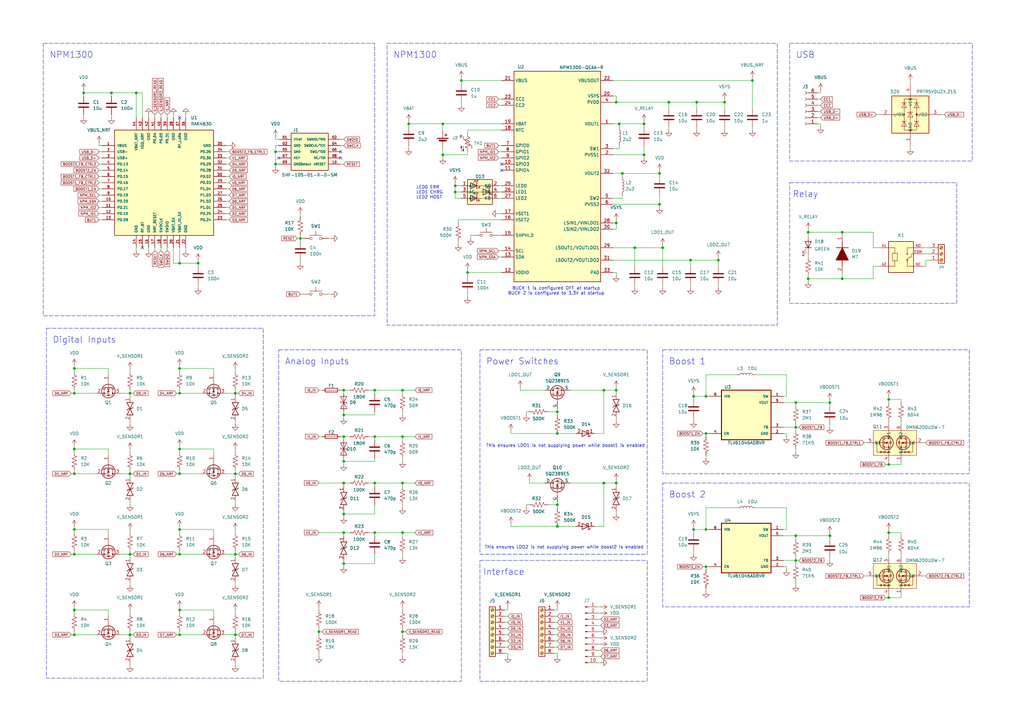
<source format=kicad_sch>
(kicad_sch (version 20231120) (generator "eeschema") (generator_version "8.0")
  (paper "A3")
  (junction (at 53.34 161.29))
  (junction (at 252.73 91.44))
  (junction (at 364.49 163.83))
  (junction (at 284.48 162.56))
  (junction (at 186.69 76.2))
  (junction (at 289.56 232.41))
  (junction (at 326.39 219.71))
  (junction (at 165.1 160.02))
  (junction (at 73.66 151.13))
  (junction (at 96.52 260.35))
  (junction (at 165.1 218.44))
  (junction (at 140.97 160.02))
  (junction (at 153.67 218.44))
  (junction (at 181.61 63.5))
  (junction (at 34.29 38.1))
  (junction (at 289.56 177.8))
  (junction (at 73.66 194.31))
  (junction (at 55.88 38.1))
  (junction (at 264.16 50.8))
  (junction (at 364.49 190.5))
  (junction (at 289.56 162.56))
  (junction (at 364.49 218.44))
  (junction (at 331.47 95.25))
  (junction (at 30.48 161.29))
  (junction (at 140.97 170.18))
  (junction (at 53.34 260.35))
  (junction (at 73.66 227.33))
  (junction (at 113.03 62.23))
  (junction (at 326.39 229.87))
  (junction (at 123.19 97.79))
  (junction (at 130.81 259.08))
  (junction (at 254 50.8))
  (junction (at 228.6 215.9))
  (junction (at 73.66 161.29))
  (junction (at 283.21 106.68))
  (junction (at 73.66 250.19))
  (junction (at 247.65 160.02))
  (junction (at 308.61 33.02))
  (junction (at 153.67 198.12))
  (junction (at 331.47 114.3))
  (junction (at 30.48 151.13))
  (junction (at 186.69 78.74))
  (junction (at 140.97 198.12))
  (junction (at 30.48 217.17))
  (junction (at 260.35 101.6))
  (junction (at 96.52 194.31))
  (junction (at 153.67 160.02))
  (junction (at 96.52 227.33))
  (junction (at 228.6 168.91))
  (junction (at 165.1 198.12))
  (junction (at 252.73 160.02))
  (junction (at 270.51 83.82))
  (junction (at 345.44 95.25))
  (junction (at 73.66 260.35))
  (junction (at 167.64 50.8))
  (junction (at 228.6 207.01))
  (junction (at 53.34 227.33))
  (junction (at 113.03 67.31))
  (junction (at 45.72 38.1))
  (junction (at 326.39 165.1))
  (junction (at 73.66 184.15))
  (junction (at 140.97 179.07))
  (junction (at 289.56 217.17))
  (junction (at 294.64 106.68))
  (junction (at 284.48 217.17))
  (junction (at 270.51 71.12))
  (junction (at 81.28 107.95))
  (junction (at 140.97 218.44))
  (junction (at 30.48 194.31))
  (junction (at 30.48 250.19))
  (junction (at 255.27 71.12))
  (junction (at 73.66 107.95))
  (junction (at 30.48 184.15))
  (junction (at 140.97 210.82))
  (junction (at 165.1 259.08))
  (junction (at 140.97 189.23))
  (junction (at 189.23 33.02))
  (junction (at 140.97 231.14))
  (junction (at 285.75 41.91))
  (junction (at 345.44 114.3))
  (junction (at 96.52 161.29))
  (junction (at 340.36 165.1))
  (junction (at 228.6 177.8))
  (junction (at 30.48 260.35))
  (junction (at 264.16 63.5))
  (junction (at 252.73 41.91))
  (junction (at 73.66 217.17))
  (junction (at 181.61 50.8))
  (junction (at 247.65 198.12))
  (junction (at 364.49 245.11))
  (junction (at 326.39 175.26))
  (junction (at 271.78 101.6))
  (junction (at 30.48 227.33))
  (junction (at 274.32 41.91))
  (junction (at 153.67 179.07))
  (junction (at 252.73 198.12))
  (junction (at 297.18 41.91))
  (junction (at 53.34 194.31))
  (junction (at 340.36 219.71))
  (junction (at 165.1 179.07))
  (junction (at 191.77 111.76))
  (no_connect (at 139.7 62.23))
  (no_connect (at 139.7 64.77))
  (no_connect (at 114.3 64.77))
  (no_connect (at 205.74 67.31))
  (no_connect (at 205.74 69.85))
  (no_connect (at 58.42 101.6))
  (no_connect (at 73.66 48.26))
  (wire (pts (xy 53.34 161.29) (xy 54.61 161.29)))
  (wire (pts (xy 270.51 83.82) (xy 270.51 85.09)))
  (wire (pts (xy 189.23 81.28) (xy 186.69 81.28)))
  (wire (pts (xy 73.66 250.19) (xy 73.66 251.46)))
  (wire (pts (xy 134.62 97.79) (xy 135.89 97.79)))
  (wire (pts (xy 204.47 76.2) (xy 205.74 76.2)))
  (wire (pts (xy 227.33 257.81) (xy 228.6 257.81)))
  (wire (pts (xy 290.83 177.8) (xy 289.56 177.8)))
  (wire (pts (xy 96.52 227.33) (xy 97.79 227.33)))
  (wire (pts (xy 73.66 151.13) (xy 73.66 152.4)))
  (wire (pts (xy 207.01 252.73) (xy 208.28 252.73)))
  (wire (pts (xy 326.39 219.71) (xy 326.39 220.98)))
  (wire (pts (xy 55.88 38.1) (xy 55.88 48.26)))
  (wire (pts (xy 68.58 101.6) (xy 68.58 102.87)))
  (wire (pts (xy 247.65 198.12) (xy 247.65 215.9)))
  (wire (pts (xy 369.57 163.83) (xy 369.57 165.1)))
  (wire (pts (xy 113.03 57.15) (xy 114.3 57.15)))
  (wire (pts (xy 151.13 160.02) (xy 153.67 160.02)))
  (wire (pts (xy 360.68 46.99) (xy 359.41 46.99)))
  (wire (pts (xy 44.45 186.69) (xy 44.45 184.15)))
  (wire (pts (xy 245.11 266.7) (xy 246.38 266.7)))
  (wire (pts (xy 245.11 264.16) (xy 246.38 264.16)))
  (wire (pts (xy 335.28 45.72) (xy 336.55 45.72)))
  (wire (pts (xy 288.29 177.8) (xy 289.56 177.8)))
  (wire (pts (xy 189.23 33.02) (xy 189.23 31.75)))
  (wire (pts (xy 364.49 243.84) (xy 364.49 245.11)))
  (wire (pts (xy 45.72 46.99) (xy 45.72 48.26)))
  (wire (pts (xy 369.57 227.33) (xy 369.57 228.6)))
  (wire (pts (xy 260.35 116.84) (xy 260.35 118.11)))
  (wire (pts (xy 153.67 218.44) (xy 165.1 218.44)))
  (wire (pts (xy 139.7 57.15) (xy 140.97 57.15)))
  (wire (pts (xy 96.52 260.35) (xy 97.79 260.35)))
  (wire (pts (xy 82.55 194.31) (xy 73.66 194.31)))
  (wire (pts (xy 73.66 227.33) (xy 73.66 226.06)))
  (wire (pts (xy 130.81 257.81) (xy 130.81 259.08)))
  (wire (pts (xy 252.73 196.85) (xy 252.73 198.12)))
  (wire (pts (xy 345.44 111.76) (xy 345.44 114.3)))
  (wire (pts (xy 140.97 198.12) (xy 140.97 199.39)))
  (wire (pts (xy 123.19 97.79) (xy 124.46 97.79)))
  (wire (pts (xy 189.23 33.02) (xy 189.23 34.29)))
  (wire (pts (xy 252.73 199.39) (xy 252.73 198.12)))
  (wire (pts (xy 284.48 217.17) (xy 289.56 217.17)))
  (wire (pts (xy 87.63 250.19) (xy 73.66 250.19)))
  (wire (pts (xy 284.48 226.06) (xy 284.48 227.33)))
  (wire (pts (xy 30.48 149.86) (xy 30.48 151.13)))
  (wire (pts (xy 165.1 161.29) (xy 165.1 160.02)))
  (wire (pts (xy 289.56 186.69) (xy 289.56 187.96)))
  (wire (pts (xy 274.32 52.07) (xy 274.32 53.34)))
  (wire (pts (xy 364.49 163.83) (xy 369.57 163.83)))
  (wire (pts (xy 369.57 245.11) (xy 364.49 245.11)))
  (wire (pts (xy 53.34 260.35) (xy 54.61 260.35)))
  (wire (pts (xy 30.48 182.88) (xy 30.48 184.15)))
  (wire (pts (xy 123.19 87.63) (xy 123.19 88.9)))
  (wire (pts (xy 96.52 194.31) (xy 96.52 195.58)))
  (wire (pts (xy 331.47 114.3) (xy 345.44 114.3)))
  (wire (pts (xy 81.28 107.95) (xy 73.66 107.95)))
  (wire (pts (xy 92.71 90.17) (xy 93.98 90.17)))
  (wire (pts (xy 153.67 207.01) (xy 153.67 210.82)))
  (wire (pts (xy 254 50.8) (xy 264.16 50.8)))
  (wire (pts (xy 364.49 218.44) (xy 369.57 218.44)))
  (wire (pts (xy 204.47 64.77) (xy 205.74 64.77)))
  (wire (pts (xy 207.01 265.43) (xy 208.28 265.43)))
  (wire (pts (xy 92.71 64.77) (xy 93.98 64.77)))
  (wire (pts (xy 87.63 217.17) (xy 73.66 217.17)))
  (wire (pts (xy 92.71 72.39) (xy 93.98 72.39)))
  (wire (pts (xy 284.48 162.56) (xy 284.48 163.83)))
  (wire (pts (xy 284.48 217.17) (xy 284.48 218.44)))
  (wire (pts (xy 369.57 190.5) (xy 364.49 190.5)))
  (wire (pts (xy 73.66 182.88) (xy 73.66 184.15)))
  (wire (pts (xy 209.55 215.9) (xy 228.6 215.9)))
  (wire (pts (xy 331.47 93.98) (xy 331.47 95.25)))
  (wire (pts (xy 92.71 85.09) (xy 93.98 85.09)))
  (wire (pts (xy 96.52 250.19) (xy 96.52 251.46)))
  (wire (pts (xy 96.52 161.29) (xy 96.52 162.56)))
  (wire (pts (xy 53.34 227.33) (xy 53.34 228.6)))
  (wire (pts (xy 34.29 46.99) (xy 34.29 48.26)))
  (wire (pts (xy 274.32 41.91) (xy 285.75 41.91)))
  (wire (pts (xy 44.45 250.19) (xy 30.48 250.19)))
  (wire (pts (xy 96.52 184.15) (xy 96.52 185.42)))
  (wire (pts (xy 264.16 49.53) (xy 264.16 50.8)))
  (wire (pts (xy 40.64 62.23) (xy 41.91 62.23)))
  (wire (pts (xy 92.71 227.33) (xy 96.52 227.33)))
  (wire (pts (xy 30.48 227.33) (xy 30.48 226.06)))
  (wire (pts (xy 251.46 93.98) (xy 252.73 93.98)))
  (wire (pts (xy 49.53 194.31) (xy 53.34 194.31)))
  (wire (pts (xy 204.47 81.28) (xy 205.74 81.28)))
  (wire (pts (xy 251.46 101.6) (xy 260.35 101.6)))
  (wire (pts (xy 284.48 171.45) (xy 284.48 172.72)))
  (wire (pts (xy 53.34 217.17) (xy 53.34 218.44)))
  (wire (pts (xy 165.1 187.96) (xy 165.1 189.23)))
  (wire (pts (xy 252.73 111.76) (xy 252.73 113.03)))
  (wire (pts (xy 113.03 67.31) (xy 113.03 68.58)))
  (wire (pts (xy 140.97 179.07) (xy 143.51 179.07)))
  (wire (pts (xy 53.34 227.33) (xy 53.34 226.06)))
  (wire (pts (xy 233.68 198.12) (xy 247.65 198.12)))
  (wire (pts (xy 271.78 101.6) (xy 271.78 109.22)))
  (wire (pts (xy 331.47 95.25) (xy 331.47 96.52)))
  (wire (pts (xy 289.56 153.67) (xy 302.26 153.67)))
  (wire (pts (xy 228.6 215.9) (xy 236.22 215.9)))
  (wire (pts (xy 44.45 217.17) (xy 30.48 217.17)))
  (wire (pts (xy 165.1 207.01) (xy 165.1 208.28)))
  (wire (pts (xy 44.45 153.67) (xy 44.45 151.13)))
  (wire (pts (xy 87.63 184.15) (xy 73.66 184.15)))
  (wire (pts (xy 82.55 260.35) (xy 73.66 260.35)))
  (wire (pts (xy 40.64 64.77) (xy 41.91 64.77)))
  (wire (pts (xy 39.37 260.35) (xy 30.48 260.35)))
  (wire (pts (xy 354.33 236.22) (xy 355.6 236.22)))
  (wire (pts (xy 153.67 160.02) (xy 153.67 161.29)))
  (wire (pts (xy 139.7 179.07) (xy 140.97 179.07)))
  (wire (pts (xy 252.73 91.44) (xy 252.73 90.17)))
  (wire (pts (xy 30.48 194.31) (xy 29.21 194.31)))
  (wire (pts (xy 71.12 101.6) (xy 71.12 107.95)))
  (wire (pts (xy 322.58 177.8) (xy 322.58 179.07)))
  (wire (pts (xy 40.64 59.69) (xy 40.64 58.42)))
  (wire (pts (xy 335.28 48.26) (xy 336.55 48.26)))
  (wire (pts (xy 140.97 160.02) (xy 140.97 161.29)))
  (wire (pts (xy 191.77 54.61) (xy 191.77 53.34)))
  (wire (pts (xy 378.46 104.14) (xy 381 104.14)))
  (wire (pts (xy 373.38 33.02) (xy 373.38 34.29)))
  (wire (pts (xy 326.39 165.1) (xy 326.39 166.37)))
  (wire (pts (xy 92.71 161.29) (xy 96.52 161.29)))
  (wire (pts (xy 186.69 81.28) (xy 186.69 78.74)))
  (wire (pts (xy 364.49 219.71) (xy 364.49 218.44)))
  (wire (pts (xy 227.33 262.89) (xy 228.6 262.89)))
  (wire (pts (xy 49.53 260.35) (xy 53.34 260.35)))
  (wire (pts (xy 123.19 106.68) (xy 123.19 107.95)))
  (wire (pts (xy 283.21 106.68) (xy 294.64 106.68)))
  (wire (pts (xy 251.46 91.44) (xy 252.73 91.44)))
  (wire (pts (xy 204.47 40.64) (xy 205.74 40.64)))
  (wire (pts (xy 181.61 53.34) (xy 181.61 50.8)))
  (wire (pts (xy 289.56 217.17) (xy 290.83 217.17)))
  (wire (pts (xy 140.97 189.23) (xy 140.97 190.5)))
  (wire (pts (xy 331.47 104.14) (xy 331.47 105.41)))
  (wire (pts (xy 130.81 248.92) (xy 130.81 250.19)))
  (wire (pts (xy 30.48 217.17) (xy 30.48 218.44)))
  (wire (pts (xy 153.67 187.96) (xy 153.67 189.23)))
  (wire (pts (xy 364.49 190.5) (xy 363.22 190.5)))
  (wire (pts (xy 321.31 175.26) (xy 326.39 175.26)))
  (wire (pts (xy 331.47 114.3) (xy 331.47 113.03)))
  (wire (pts (xy 289.56 232.41) (xy 289.56 233.68)))
  (wire (pts (xy 378.46 236.22) (xy 379.73 236.22)))
  (wire (pts (xy 252.73 171.45) (xy 252.73 172.72)))
  (wire (pts (xy 208.28 248.92) (xy 208.28 250.19)))
  (wire (pts (xy 335.28 38.1) (xy 336.55 38.1)))
  (wire (pts (xy 270.51 83.82) (xy 270.51 80.01)))
  (wire (pts (xy 378.46 101.6) (xy 381 101.6)))
  (wire (pts (xy 114.3 67.31) (xy 113.03 67.31)))
  (wire (pts (xy 228.6 167.64) (xy 228.6 168.91)))
  (wire (pts (xy 189.23 78.74) (xy 186.69 78.74)))
  (wire (pts (xy 191.77 63.5) (xy 181.61 63.5)))
  (wire (pts (xy 270.51 72.39) (xy 270.51 71.12)))
  (wire (pts (xy 207.01 260.35) (xy 208.28 260.35)))
  (wire (pts (xy 321.31 217.17) (xy 322.58 217.17)))
  (wire (pts (xy 58.42 48.26) (xy 58.42 38.1)))
  (wire (pts (xy 358.14 95.25) (xy 358.14 101.6)))
  (wire (pts (xy 53.34 250.19) (xy 53.34 251.46)))
  (wire (pts (xy 153.67 160.02) (xy 165.1 160.02)))
  (wire (pts (xy 309.88 153.67) (xy 322.58 153.67)))
  (wire (pts (xy 73.66 149.86) (xy 73.66 151.13)))
  (wire (pts (xy 369.57 172.72) (xy 369.57 173.99)))
  (wire (pts (xy 186.69 78.74) (xy 186.69 76.2)))
  (wire (pts (xy 140.97 209.55) (xy 140.97 210.82)))
  (wire (pts (xy 283.21 106.68) (xy 283.21 109.22)))
  (wire (pts (xy 289.56 217.17) (xy 289.56 208.28)))
  (wire (pts (xy 364.49 227.33) (xy 364.49 228.6)))
  (wire (pts (xy 66.04 101.6) (xy 66.04 102.87)))
  (wire (pts (xy 130.81 259.08) (xy 132.08 259.08)))
  (wire (pts (xy 228.6 205.74) (xy 228.6 207.01)))
  (wire (pts (xy 153.67 198.12) (xy 165.1 198.12)))
  (wire (pts (xy 326.39 165.1) (xy 340.36 165.1)))
  (wire (pts (xy 189.23 41.91) (xy 189.23 43.18)))
  (wire (pts (xy 165.1 168.91) (xy 165.1 170.18)))
  (wire (pts (xy 191.77 111.76) (xy 191.77 110.49)))
  (wire (pts (xy 191.77 53.34) (xy 205.74 53.34)))
  (wire (pts (xy 123.19 120.65) (xy 124.46 120.65)))
  (wire (pts (xy 215.9 168.91) (xy 217.17 168.91)))
  (wire (pts (xy 270.51 69.85) (xy 270.51 71.12)))
  (wire (pts (xy 71.12 48.26) (xy 71.12 46.99)))
  (wire (pts (xy 327.66 175.26) (xy 326.39 175.26)))
  (wire (pts (xy 53.34 161.29) (xy 53.34 160.02)))
  (wire (pts (xy 369.57 218.44) (xy 369.57 219.71)))
  (wire (pts (xy 113.03 62.23) (xy 114.3 62.23)))
  (wire (pts (xy 297.18 52.07) (xy 297.18 53.34)))
  (wire (pts (xy 345.44 114.3) (xy 358.14 114.3)))
  (wire (pts (xy 294.64 106.68) (xy 294.64 109.22)))
  (wire (pts (xy 73.66 101.6) (xy 73.66 107.95)))
  (wire (pts (xy 227.33 255.27) (xy 228.6 255.27)))
  (wire (pts (xy 40.64 85.09) (xy 41.91 85.09)))
  (wire (pts (xy 209.55 214.63) (xy 209.55 215.9)))
  (wire (pts (xy 130.81 160.02) (xy 132.08 160.02)))
  (wire (pts (xy 326.39 229.87) (xy 326.39 231.14)))
  (wire (pts (xy 245.11 259.08) (xy 246.38 259.08)))
  (wire (pts (xy 30.48 184.15) (xy 30.48 185.42)))
  (wire (pts (xy 204.47 59.69) (xy 205.74 59.69)))
  (wire (pts (xy 245.11 271.78) (xy 246.38 271.78)))
  (wire (pts (xy 205.74 33.02) (xy 189.23 33.02)))
  (wire (pts (xy 252.73 160.02) (xy 252.73 161.29)))
  (wire (pts (xy 165.1 199.39) (xy 165.1 198.12)))
  (wire (pts (xy 364.49 165.1) (xy 364.49 163.83)))
  (wire (pts (xy 251.46 81.28) (xy 255.27 81.28)))
  (wire (pts (xy 271.78 116.84) (xy 271.78 118.11)))
  (wire (pts (xy 153.67 170.18) (xy 140.97 170.18)))
  (wire (pts (xy 213.36 160.02) (xy 223.52 160.02)))
  (wire (pts (xy 289.56 162.56) (xy 290.83 162.56)))
  (wire (pts (xy 96.52 194.31) (xy 97.79 194.31)))
  (wire (pts (xy 254 60.96) (xy 251.46 60.96)))
  (wire (pts (xy 340.36 218.44) (xy 340.36 219.71)))
  (wire (pts (xy 294.64 116.84) (xy 294.64 118.11)))
  (wire (pts (xy 289.56 241.3) (xy 289.56 242.57)))
  (wire (pts (xy 96.52 227.33) (xy 96.52 228.6)))
  (wire (pts (xy 130.81 179.07) (xy 132.08 179.07)))
  (wire (pts (xy 386.08 46.99) (xy 387.35 46.99)))
  (wire (pts (xy 217.17 198.12) (xy 223.52 198.12)))
  (wire (pts (xy 40.64 80.01) (xy 41.91 80.01)))
  (wire (pts (xy 92.71 87.63) (xy 93.98 87.63)))
  (wire (pts (xy 73.66 184.15) (xy 73.66 185.42)))
  (wire (pts (xy 252.73 93.98) (xy 252.73 91.44)))
  (wire (pts (xy 49.53 227.33) (xy 53.34 227.33)))
  (wire (pts (xy 228.6 267.97) (xy 228.6 269.24)))
  (wire (pts (xy 165.1 257.81) (xy 165.1 259.08)))
  (wire (pts (xy 227.33 250.19) (xy 228.6 250.19)))
  (wire (pts (xy 45.72 38.1) (xy 55.88 38.1)))
  (wire (pts (xy 186.69 76.2) (xy 186.69 74.93)))
  (wire (pts (xy 96.52 271.78) (xy 96.52 273.05)))
  (wire (pts (xy 34.29 39.37) (xy 34.29 38.1)))
  (wire (pts (xy 297.18 41.91) (xy 297.18 40.64)))
  (wire (pts (xy 96.52 151.13) (xy 96.52 152.4)))
  (wire (pts (xy 165.1 248.92) (xy 165.1 250.19)))
  (wire (pts (xy 260.35 101.6) (xy 271.78 101.6)))
  (wire (pts (xy 228.6 168.91) (xy 228.6 170.18)))
  (wire (pts (xy 289.56 177.8) (xy 289.56 179.07)))
  (wire (pts (xy 40.64 77.47) (xy 41.91 77.47)))
  (wire (pts (xy 165.1 259.08) (xy 165.1 260.35)))
  (wire (pts (xy 228.6 248.92) (xy 228.6 250.19)))
  (wire (pts (xy 165.1 267.97) (xy 165.1 269.24)))
  (wire (pts (xy 30.48 161.29) (xy 29.21 161.29)))
  (wire (pts (xy 73.66 260.35) (xy 73.66 259.08)))
  (wire (pts (xy 114.3 59.69) (xy 113.03 59.69)))
  (wire (pts (xy 87.63 219.71) (xy 87.63 217.17)))
  (wire (pts (xy 321.31 165.1) (xy 326.39 165.1)))
  (wire (pts (xy 53.34 271.78) (xy 53.34 273.05)))
  (wire (pts (xy 121.92 97.79) (xy 123.19 97.79)))
  (wire (pts (xy 153.67 189.23) (xy 140.97 189.23)))
  (wire (pts (xy 73.66 248.92) (xy 73.66 250.19)))
  (wire (pts (xy 309.88 208.28) (xy 322.58 208.28)))
  (wire (pts (xy 227.33 260.35) (xy 228.6 260.35)))
  (wire (pts (xy 60.96 48.26) (xy 60.96 46.99)))
  (wire (pts (xy 364.49 217.17) (xy 364.49 218.44)))
  (wire (pts (xy 251.46 39.37) (xy 252.73 39.37)))
  (wire (pts (xy 378.46 109.22) (xy 379.73 109.22)))
  (wire (pts (xy 81.28 116.84) (xy 81.28 118.11)))
  (wire (pts (xy 34.29 36.83) (xy 34.29 38.1)))
  (wire (pts (xy 285.75 41.91) (xy 285.75 44.45)))
  (wire (pts (xy 151.13 198.12) (xy 153.67 198.12)))
  (wire (pts (xy 205.74 111.76) (xy 191.77 111.76)))
  (wire (pts (xy 208.28 267.97) (xy 208.28 269.24)))
  (wire (pts (xy 151.13 218.44) (xy 153.67 218.44)))
  (wire (pts (xy 189.23 76.2) (xy 186.69 76.2)))
  (wire (pts (xy 63.5 48.26) (xy 63.5 46.99)))
  (wire (pts (xy 49.53 161.29) (xy 53.34 161.29)))
  (wire (pts (xy 207.01 262.89) (xy 208.28 262.89)))
  (wire (pts (xy 284.48 215.9) (xy 284.48 217.17)))
  (wire (pts (xy 153.67 231.14) (xy 140.97 231.14)))
  (wire (pts (xy 139.7 67.31) (xy 140.97 67.31)))
  (wire (pts (xy 53.34 238.76) (xy 53.34 240.03)))
  (wire (pts (xy 53.34 151.13) (xy 53.34 152.4)))
  (wire (pts (xy 369.57 243.84) (xy 369.57 245.11)))
  (wire (pts (xy 153.67 227.33) (xy 153.67 231.14)))
  (wire (pts (xy 193.04 96.52) (xy 194.31 96.52)))
  (wire (pts (xy 140.97 218.44) (xy 143.51 218.44)))
  (wire (pts (xy 153.67 179.07) (xy 153.67 180.34)))
  (wire (pts (xy 30.48 227.33) (xy 29.21 227.33)))
  (wire (pts (xy 68.58 48.26) (xy 68.58 46.99)))
  (wire (pts (xy 96.52 205.74) (xy 96.52 207.01)))
  (wire (pts (xy 45.72 38.1) (xy 34.29 38.1)))
  (wire (pts (xy 134.62 120.65) (xy 135.89 120.65)))
  (wire (pts (xy 39.37 227.33) (xy 30.48 227.33)))
  (wire (pts (xy 308.61 52.07) (xy 308.61 53.34)))
  (wire (pts (xy 252.73 198.12) (xy 247.65 198.12)))
  (wire (pts (xy 264.16 52.07) (xy 264.16 50.8)))
  (wire (pts (xy 247.65 215.9) (xy 243.84 215.9)))
  (wire (pts (xy 53.34 194.31) (xy 54.61 194.31)))
  (wire (pts (xy 373.38 59.69) (xy 373.38 60.96)))
  (wire (pts (xy 71.12 107.95) (xy 73.66 107.95)))
  (wire (pts (xy 53.34 172.72) (xy 53.34 173.99)))
  (wire (pts (xy 167.64 52.07) (xy 167.64 50.8)))
  (wire (pts (xy 288.29 232.41) (xy 289.56 232.41)))
  (wire (pts (xy 81.28 106.68) (xy 81.28 107.95)))
  (wire (pts (xy 264.16 63.5) (xy 264.16 64.77)))
  (wire (pts (xy 381 106.68) (xy 379.73 106.68)))
  (wire (pts (xy 165.1 160.02) (xy 170.18 160.02)))
  (wire (pts (xy 30.48 161.29) (xy 30.48 160.02)))
  (wire (pts (xy 252.73 160.02) (xy 247.65 160.02)))
  (wire (pts (xy 30.48 260.35) (xy 29.21 260.35)))
  (wire (pts (xy 140.97 179.07) (xy 140.97 180.34)))
  (wire (pts (xy 139.7 160.02) (xy 140.97 160.02)))
  (wire (pts (xy 271.78 101.6) (xy 271.78 100.33)))
  (wire (pts (xy 167.64 50.8) (xy 181.61 50.8)))
  (wire (pts (xy 255.27 71.12) (xy 255.27 72.39)))
  (wire (pts (xy 92.71 77.47) (xy 93.98 77.47)))
  (wire (pts (xy 44.45 184.15) (xy 30.48 184.15)))
  (wire (pts (xy 245.11 256.54) (xy 246.38 256.54)))
  (wire (pts (xy 354.33 181.61) (xy 355.6 181.61)))
  (wire (pts (xy 167.64 59.69) (xy 167.64 60.96)))
  (wire (pts (xy 140.97 168.91) (xy 140.97 170.18)))
  (wire (pts (xy 40.64 82.55) (xy 41.91 82.55)))
  (wire (pts (xy 96.52 161.29) (xy 97.79 161.29)))
  (wire (pts (xy 123.19 99.06) (xy 123.19 97.79)))
  (wire (pts (xy 153.67 168.91) (xy 153.67 170.18)))
  (wire (pts (xy 153.67 179.07) (xy 165.1 179.07)))
  (wire (pts (xy 228.6 177.8) (xy 236.22 177.8)))
  (wire (pts (xy 130.81 198.12) (xy 140.97 198.12)))
  (wire (pts (xy 92.71 82.55) (xy 93.98 82.55)))
  (wire (pts (xy 151.13 179.07) (xy 153.67 179.07)))
  (wire (pts (xy 369.57 189.23) (xy 369.57 190.5)))
  (wire (pts (xy 321.31 162.56) (xy 322.58 162.56)))
  (wire (pts (xy 140.97 160.02) (xy 143.51 160.02)))
  (wire (pts (xy 191.77 111.76) (xy 191.77 113.03)))
  (wire (pts (xy 73.66 215.9) (xy 73.66 217.17)))
  (wire (pts (xy 92.71 194.31) (xy 96.52 194.31)))
  (wire (pts (xy 217.17 196.85) (xy 217.17 198.12)))
  (wire (pts (xy 130.81 259.08) (xy 130.81 260.35)))
  (wire (pts (xy 41.91 67.31) (xy 40.64 67.31)))
  (wire (pts (xy 204.47 105.41) (xy 205.74 105.41)))
  (wire (pts (xy 73.66 194.31) (xy 73.66 193.04)))
  (wire (pts (xy 165.1 179.07) (xy 170.18 179.07)))
  (wire (pts (xy 87.63 186.69) (xy 87.63 184.15)))
  (wire (pts (xy 378.46 181.61) (xy 379.73 181.61)))
  (wire (pts (xy 245.11 254) (xy 246.38 254)))
  (wire (pts (xy 285.75 41.91) (xy 297.18 41.91)))
  (wire (pts (xy 73.66 161.29) (xy 73.66 160.02)))
  (wire (pts (xy 215.9 207.01) (xy 217.17 207.01)))
  (wire (pts (xy 87.63 153.67) (xy 87.63 151.13)))
  (wire (pts (xy 247.65 177.8) (xy 243.84 177.8)))
  (wire (pts (xy 73.66 260.35) (xy 72.39 260.35)))
  (wire (pts (xy 140.97 210.82) (xy 140.97 212.09)))
  (wire (pts (xy 321.31 219.71) (xy 326.39 219.71)))
  (wire (pts (xy 123.19 96.52) (xy 123.19 97.79)))
  (wire (pts (xy 140.97 187.96) (xy 140.97 189.23)))
  (wire (pts (xy 187.96 90.17) (xy 187.96 91.44)))
  (wire (pts (xy 224.79 207.01) (xy 228.6 207.01)))
  (wire (pts (xy 283.21 116.84) (xy 283.21 118.11)))
  (wire (pts (xy 96.52 227.33) (xy 96.52 226.06)))
  (wire (pts (xy 39.37 194.31) (xy 30.48 194.31)))
  (wire (pts (xy 139.7 59.69) (xy 140.97 59.69)))
  (wire (pts (xy 207.01 267.97) (xy 208.28 267.97)))
  (wire (pts (xy 289.56 162.56) (xy 289.56 153.67)))
  (wire (pts (xy 335.28 40.64) (xy 336.55 40.64)))
  (wire (pts (xy 92.71 67.31) (xy 93.98 67.31)))
  (wire (pts (xy 294.64 105.41) (xy 294.64 106.68)))
  (wire (pts (xy 345.44 95.25) (xy 345.44 96.52)))
  (wire (pts (xy 215.9 208.28) (xy 215.9 207.01)))
  (wire (pts (xy 255.27 71.12) (xy 270.51 71.12)))
  (wire (pts (xy 113.03 57.15) (xy 113.03 55.88)))
  (wire (pts (xy 82.55 161.29) (xy 73.66 161.29)))
  (wire (pts (xy 245.11 248.92) (xy 246.38 248.92)))
  (wire (pts (xy 340.36 228.6) (xy 340.36 229.87)))
  (wire (pts (xy 113.03 59.69) (xy 113.03 62.23)))
  (wire (pts (xy 215.9 170.18) (xy 215.9 168.91)))
  (wire (pts (xy 308.61 33.02) (xy 308.61 44.45)))
  (wire (pts (xy 92.71 260.35) (xy 96.52 260.35)))
  (wire (pts (xy 63.5 101.6) (xy 63.5 102.87)))
  (wire (pts (xy 82.55 227.33) (xy 73.66 227.33)))
  (wire (pts (xy 73.66 227.33) (xy 72.39 227.33)))
  (wire (pts (xy 340.36 173.99) (xy 340.36 175.26)))
  (wire (pts (xy 284.48 161.29) (xy 284.48 162.56)))
  (wire (pts (xy 204.47 96.52) (xy 205.74 96.52)))
  (wire (pts (xy 264.16 63.5) (xy 264.16 59.69)))
  (wire (pts (xy 87.63 151.13) (xy 73.66 151.13)))
  (wire (pts (xy 96.52 260.35) (xy 96.52 259.08)))
  (wire (pts (xy 153.67 210.82) (xy 140.97 210.82)))
  (wire (pts (xy 165.1 227.33) (xy 165.1 228.6)))
  (wire (pts (xy 191.77 62.23) (xy 191.77 63.5)))
  (wire (pts (xy 285.75 52.07) (xy 285.75 53.34)))
  (wire (pts (xy 55.88 101.6) (xy 55.88 102.87)))
  (wire (pts (xy 30.48 194.31) (xy 30.48 193.04)))
  (wire (pts (xy 165.1 180.34) (xy 165.1 179.07)))
  (wire (pts (xy 53.34 260.35) (xy 53.34 259.08)))
  (wire (pts (xy 181.61 60.96) (xy 181.61 63.5)))
  (wire (pts (xy 96.52 217.17) (xy 96.52 218.44)))
  (wire (pts (xy 340.36 166.37) (xy 340.36 165.1)))
  (wire (pts (xy 358.14 109.22) (xy 360.68 109.22)))
  (wire (pts (xy 205.74 90.17) (xy 187.96 90.17)))
  (wire (pts (xy 364.49 162.56) (xy 364.49 163.83)))
  (wire (pts (xy 30.48 250.19) (xy 30.48 251.46)))
  (wire (pts (xy 76.2 101.6) (xy 76.2 102.87)))
  (wire (pts (xy 53.34 194.31) (xy 53.34 195.58)))
  (wire (pts (xy 73.66 194.31) (xy 72.39 194.31)))
  (wire (pts (xy 358.14 109.22) (xy 358.14 114.3)))
  (wire (pts (xy 191.77 120.65) (xy 191.77 121.92)))
  (wire (pts (xy 297.18 41.91) (xy 297.18 44.45)))
  (wire (pts (xy 274.32 41.91) (xy 274.32 44.45)))
  (wire (pts (xy 140.97 231.14) (xy 140.97 232.41)))
  (wire (pts (xy 254 59.69) (xy 254 60.96)))
  (wire (pts (xy 289.56 208.28) (xy 302.26 208.28)))
  (wire (pts (xy 153.67 218.44) (xy 153.67 219.71)))
  (wire (pts (xy 113.03 62.23) (xy 113.03 67.31)))
  (wire (pts (xy 92.71 59.69) (xy 93.98 59.69)))
  (wire (pts (xy 326.39 238.76) (xy 326.39 240.03)))
  (wire (pts (xy 130.81 267.97) (xy 130.81 269.24)))
  (wire (pts (xy 326.39 173.99) (xy 326.39 175.26)))
  (wire (pts (xy 53.34 161.29) (xy 53.34 162.56)))
  (wire (pts (xy 187.96 99.06) (xy 187.96 100.33)))
  (wire (pts (xy 204.47 62.23) (xy 205.74 62.23)))
  (wire (pts (xy 322.58 208.28) (xy 322.58 217.17)))
  (wire (pts (xy 53.34 184.15) (xy 53.34 185.42)))
  (wire (pts (xy 247.65 160.02) (xy 247.65 177.8)))
  (wire (pts (xy 81.28 107.95) (xy 81.28 109.22)))
  (wire (pts (xy 41.91 59.69) (xy 40.64 59.69)))
  (wire (pts (xy 76.2 48.26) (xy 76.2 46.99)))
  (wire (pts (xy 245.11 269.24) (xy 246.38 269.24)))
  (wire (pts (xy 30.48 215.9) (xy 30.48 217.17)))
  (wire (pts (xy 40.64 69.85) (xy 41.91 69.85)))
  (wire (pts (xy 364.49 189.23) (xy 364.49 190.5)))
  (wire (pts (xy 358.14 101.6) (xy 360.68 101.6)))
  (wire (pts (xy 321.31 232.41) (xy 322.58 232.41)))
  (wire (pts (xy 209.55 177.8) (xy 228.6 177.8)))
  (wire (pts (xy 213.36 158.75) (xy 213.36 160.02)))
  (wire (pts (xy 30.48 260.35) (xy 30.48 259.08)))
  (wire (pts (xy 204.47 87.63) (xy 205.74 87.63)))
  (wire (pts (xy 153.67 198.12) (xy 153.67 199.39)))
  (wire (pts (xy 165.1 218.44) (xy 170.18 218.44)))
  (wire (pts (xy 96.52 194.31) (xy 96.52 193.04)))
  (wire (pts (xy 30.48 151.13) (xy 30.48 152.4)))
  (wire (pts (xy 53.34 205.74) (xy 53.34 207.01)))
  (wire (pts (xy 130.81 218.44) (xy 140.97 218.44)))
  (wire (pts (xy 60.96 101.6) (xy 60.96 102.87)))
  (wire (pts (xy 340.36 220.98) (xy 340.36 219.71)))
  (wire (pts (xy 55.88 38.1) (xy 58.42 38.1)))
  (wire (pts (xy 340.36 163.83) (xy 340.36 165.1)))
  (wire (pts (xy 326.39 219.71) (xy 340.36 219.71)))
  (wire (pts (xy 245.11 261.62) (xy 246.38 261.62)))
  (wire (pts (xy 251.46 71.12) (xy 255.27 71.12)))
  (wire (pts (xy 167.64 50.8) (xy 167.64 49.53)))
  (wire (pts (xy 233.68 160.02) (xy 247.65 160.02)))
  (wire (pts (xy 331.47 95.25) (xy 345.44 95.25)))
  (wire (pts (xy 290.83 232.41) (xy 289.56 232.41)))
  (wire (pts (xy 41.91 74.93) (xy 40.64 74.93)))
  (wire (pts (xy 308.61 33.02) (xy 251.46 33.02)))
  (wire (pts (xy 44.45 219.71) (xy 44.45 217.17)))
  (wire (pts (xy 40.64 72.39) (xy 41.91 72.39)))
  (wire (pts (xy 364.49 245.11) (xy 363.22 245.11)))
  (wire (pts (xy 326.39 175.26) (xy 326.39 176.53)))
  (wire (pts (xy 227.33 267.97) (xy 228.6 267.97)))
  (wire (pts (xy 254 50.8) (xy 254 52.07)))
  (wire (pts (xy 39.37 161.29) (xy 30.48 161.29)))
  (wire (pts (xy 335.28 43.18) (xy 336.55 43.18)))
  (wire (pts (xy 322.58 232.41) (xy 322.58 233.68)))
  (wire (pts (xy 251.46 111.76) (xy 252.73 111.76)))
  (wire (pts (xy 260.35 101.6) (xy 260.35 109.22)))
  (wire (pts (xy 336.55 36.83) (xy 336.55 38.1)))
  (wire (pts (xy 252.73 41.91) (xy 274.32 41.91)))
  (wire (pts (xy 53.34 260.35) (xy 53.34 261.62)))
  (wire (pts (xy 308.61 33.02) (xy 308.61 31.75)))
  (wire (pts (xy 321.31 177.8) (xy 322.58 177.8)))
  (wire (pts (xy 207.01 257.81) (xy 208.28 257.81)))
  (wire (pts (xy 181.61 64.77) (xy 181.61 63.5)))
  (wire (pts (xy 73.66 217.17) (xy 73.66 218.44)))
  (wire (pts (xy 204.47 102.87) (xy 205.74 102.87)))
  (wire (pts (xy 252.73 158.75) (xy 252.73 160.02)))
  (wire (pts (xy 207.01 250.19) (xy 208.28 250.19)))
  (wire (pts (xy 204.47 78.74) (xy 205.74 78.74)))
  (wire (pts (xy 40.64 87.63) (xy 41.91 87.63)))
  (wire (pts (xy 251.46 106.68) (xy 283.21 106.68)))
  (wire (pts (xy 251.46 41.91) (xy 252.73 41.91)))
  (wire (pts (xy 326.39 228.6) (xy 326.39 229.87)))
  (wire (pts (xy 92.71 69.85) (xy 93.98 69.85)))
  (wire (pts (xy 379.73 106.68) (xy 379.73 109.22)))
  (wire (pts (xy 284.48 162.56) (xy 289.56 162.56)))
  (wire (pts (xy 345.44 95.25) (xy 358.14 95.25)))
  (wire (pts (xy 364.49 172.72) (xy 364.49 173.99)))
  (wire (pts (xy 165.1 259.08) (xy 166.37 259.08)))
  (wire (pts (xy 165.1 198.12) (xy 170.18 198.12)))
  (wire (pts (xy 327.66 229.87) (xy 326.39 229.87)))
  (wire (pts (xy 227.33 252.73) (xy 228.6 252.73)))
  (wire (pts (xy 140.97 198.12) (xy 143.51 198.12)))
  (wire (pts (xy 30.48 248.92) (xy 30.48 250.19)))
  (wire (pts (xy 251.46 50.8) (xy 254 50.8)))
  (wire (pts (xy 255.27 80.01) (xy 255.27 81.28)))
  (wire (pts (xy 181.61 50.8) (xy 205.74 50.8)))
  (wire (pts (xy 209.55 176.53) (xy 209.55 177.8)))
  (wire (pts (xy 40.64 90.17) (xy 41.91 90.17)))
  (wire (pts (xy 53.34 227.33) (xy 54.61 227.33)))
  (wire (pts (xy 96.52 260.35) (xy 96.52 261.62)))
  (wire (pts (xy 322.58 153.67) (xy 322.58 162.56)))
  (wire (pts (xy 251.46 63.5) (xy 264.16 63.5)))
  (wire (pts (xy 321.31 229.87) (xy 326.39 229.87)))
  (wire (pts (xy 96.52 161.29) (xy 96.52 160.02)))
  (wire (pts (xy 336.55 52.07) (xy 336.55 50.8)))
  (wire (pts (xy 140.97 229.87) (xy 140.97 231.14)))
  (wire (pts (xy 44.45 151.13) (xy 30.48 151.13)))
  (wire (pts (xy 165.1 219.71) (xy 165.1 218.44)))
  (wire (pts (xy 66.04 48.26) (xy 66.04 46.99)))
  (wire (pts (xy 204.47 43.18) (xy 205.74 43.18)))
  (wire (pts (xy 45.72 38.1) (xy 45.72 39.37)))
  (wire (pts (xy 93.98 62.23) (xy 92.71 62.23)))
  (wire (pts (xy 326.39 184.15) (xy 326.39 185.42)))
  (wire (pts (xy 53.34 194.31) (xy 53.34 193.04)))
  (wire (pts (xy 96.52 238.76) (xy 96.52 240.03)))
  (wire (pts (xy 207.01 255.27) (xy 208.28 255.27)))
  (wire (pts (xy 44.45 252.73) (xy 44.45 250.19)))
  (wire (pts (xy 251.46 83.82) (xy 270.51 83.82)))
  (wire (pts (xy 193.04 96.52) (xy 193.04 97.79)))
  (wire (pts (xy 245.11 251.46) (xy 246.38 251.46)))
  (wire (pts (xy 140.97 218.44) (xy 140.97 219.71)))
  (wire (pts (xy 331.47 114.3) (xy 331.47 115.57)))
  (wire (pts (xy 96.52 172.72) (xy 96.52 173.99)))
  (wire (pts (xy 92.71 74.93) (xy 93.98 74.93)))
  (wire (pts (xy 140.97 170.18) (xy 140.97 171.45)))
  (wire (pts (xy 92.71 80.01) (xy 93.98 80.01)))
  (wire (pts (xy 252.73 209.55) (xy 252.73 210.82)))
  (wire (pts (xy 335.28 50.8) (xy 336.55 50.8)))
  (wire (pts (xy 227.33 265.43) (xy 228.6 265.43)))
  (wire (pts (xy 252.73 39.37) (xy 252.73 41.91)))
  (wire (pts (xy 224.79 168.91) (xy 228.6 168.91)))
  (wire (pts (xy 73.66 161.29) (xy 72.39 161.29)))
  (wire (pts (xy 87.63 252.73) (xy 87.63 250.19)))
  (wire (pts (xy 228.6 207.01) (xy 228.6 208.28)))
  (rectangle (start 19.05 134.62) (end 107.95 278.13) (stroke (width 0) (type dash)))
  (rectangle (start 196.85 143.51) (end 265.43 227.33) (stroke (width 0) (type dash)))
  (rectangle (start 114.3 143.51) (end 189.23 279.4) (stroke (width 0) (type dash)))
  (rectangle (start 323.85 74.93) (end 392.43 124.46) (stroke (width 0) (type dash)))
  (rectangle (start 323.85 17.78) (end 398.78 66.04) (stroke (width 0) (type dash)))
  (rectangle (start 196.85 229.87) (end 265.43 279.4) (stroke (width 0) (type dash)))
  (rectangle (start 17.78 17.78) (end 153.67 129.54) (stroke (width 0) (type dash)))
  (rectangle (start 271.78 198.12) (end 397.51 248.92) (stroke (width 0) (type dash)))
  (rectangle (start 271.78 143.51) (end 397.51 194.31) (stroke (width 0) (type dash)))
  (rectangle (start 158.75 17.78) (end 318.77 133.35) (stroke (width 0) (type dash)))
  (text "BUCK 1 is configured OFF at startup\nBUCK 2 is configured to 3.3V at startup" (at 228.092 119.38 0) (effects (font (size 1.27 1.27))))
  (text "NPM1300" (at 161.29 24.13 0) (effects (font (size 2.54 2.54)) (justify left bottom)))
  (text "Boost 1" (at 274.32 149.86 0) (effects (font (size 2.54 2.54)) (justify left bottom)))
  (text "LED0 ERR\nLED1 CHRG\nLED2 HOST" (at 170.688 78.994 0) (effects (font (size 1.27 1.27)) (justify left)))
  (text "NPM1300" (at 20.32 24.13 0) (effects (font (size 2.54 2.54)) (justify left bottom)))
  (text "This ensures LDO1 is not supplying power while boost1 is enabled" (at 231.902 182.88 0) (effects (font (size 1.27 1.27))))
  (text "Digital Inputs" (at 21.59 140.97 0) (effects (font (size 2.54 2.54)) (justify left bottom)))
  (text "This ensures LDO2 is not supplying power while boost2 is enabled" (at 231.394 224.536 0) (effects (font (size 1.27 1.27))))
  (text "USB" (at 326.39 24.13 0) (effects (font (size 2.54 2.54)) (justify left bottom)))
  (text "Power Switches" (at 199.39 149.86 0) (effects (font (size 2.54 2.54)) (justify left bottom)))
  (text "Interface" (at 198.12 236.22 0) (effects (font (size 2.54 2.54)) (justify left bottom)))
  (text "Relay" (at 325.12 81.28 0) (effects (font (size 2.54 2.54)) (justify left bottom)))
  (text "Analog Inputs" (at 116.84 149.86 0) (effects (font (size 2.54 2.54)) (justify left bottom)))
  (text "Boost 2" (at 274.32 204.47 0) (effects (font (size 2.54 2.54)) (justify left bottom)))
  (global_label "D4_NRF" (shape input) (at 93.98 67.31 0) (effects (font (size 1 1))) (property "Intersheetrefs" "${INTERSHEET_REFS}" (effects (hide yes))))
  (global_label "V0_IN" (shape input) (at 208.28 255.27 0) (effects (font (size 1 1))) (property "Intersheetrefs" "${INTERSHEET_REFS}" (effects (hide yes))))
  (global_label "V0_IN" (shape input) (at 130.81 198.12 180) (effects (font (size 1 1))) (property "Intersheetrefs" "${INTERSHEET_REFS}" (effects (hide yes))))
  (global_label "NPM_SCL" (shape input) (at 204.47 102.87 180) (effects (font (size 1 1))) (property "Intersheetrefs" "${INTERSHEET_REFS}" (effects (hide yes))))
  (global_label "I0_NRF" (shape input) (at 170.18 160.02 0) (effects (font (size 1 1))) (property "Intersheetrefs" "${INTERSHEET_REFS}" (effects (hide yes))))
  (global_label "V1_NRF" (shape input) (at 170.18 218.44 0) (effects (font (size 1 1))) (property "Intersheetrefs" "${INTERSHEET_REFS}" (effects (hide yes))))
  (global_label "D1_IN" (shape input) (at 54.61 194.31 0) (effects (font (size 1 1))) (property "Intersheetrefs" "${INTERSHEET_REFS}" (effects (hide yes))))
  (global_label "BOOST1_EN" (shape input) (at 288.29 177.8 180) (effects (font (size 1 1))) (property "Intersheetrefs" "${INTERSHEET_REFS}" (effects (hide yes))))
  (global_label "I0_IN" (shape input) (at 130.81 160.02 180) (effects (font (size 1 1))) (property "Intersheetrefs" "${INTERSHEET_REFS}" (effects (hide yes))))
  (global_label "V_SENSOR2_READ" (shape input) (at 166.37 259.08 0) (effects (font (size 1 1))) (property "Intersheetrefs" "${INTERSHEET_REFS}" (effects (hide yes))))
  (global_label "I1_NRF" (shape input) (at 170.18 179.07 0) (effects (font (size 1 1))) (property "Intersheetrefs" "${INTERSHEET_REFS}" (effects (hide yes))))
  (global_label "BUT1" (shape input) (at 204.47 59.69 180) (effects (font (size 1 1))) (property "Intersheetrefs" "${INTERSHEET_REFS}" (effects (hide yes))))
  (global_label "I1_IN" (shape input) (at 130.81 179.07 180) (effects (font (size 1 1))) (property "Intersheetrefs" "${INTERSHEET_REFS}" (effects (hide yes))))
  (global_label "D5_IN" (shape input) (at 97.79 194.31 0) (effects (font (size 1 1))) (property "Intersheetrefs" "${INTERSHEET_REFS}" (effects (hide yes))))
  (global_label "NPM_IO1" (shape input) (at 204.47 62.23 180) (effects (font (size 1 1))) (property "Intersheetrefs" "${INTERSHEET_REFS}" (effects (hide yes))))
  (global_label "D4_IN" (shape input) (at 97.79 161.29 0) (effects (font (size 1 1))) (property "Intersheetrefs" "${INTERSHEET_REFS}" (effects (hide yes))))
  (global_label "D2_NRF" (shape input) (at 246.38 254 0) (effects (font (size 1 1))) (property "Intersheetrefs" "${INTERSHEET_REFS}" (effects (hide yes))))
  (global_label "BOOST1_FB_CTRL1" (shape input) (at 354.33 181.61 180) (effects (font (size 1 1))) (property "Intersheetrefs" "${INTERSHEET_REFS}" (effects (hide yes))))
  (global_label "I1_IN" (shape input) (at 228.6 252.73 0) (effects (font (size 1 1))) (property "Intersheetrefs" "${INTERSHEET_REFS}" (effects (hide yes))))
  (global_label "V_SENSOR1_READ" (shape input) (at 63.5 46.99 90) (effects (font (size 1 1))) (property "Intersheetrefs" "${INTERSHEET_REFS}" (effects (hide yes))))
  (global_label "D7_IN" (shape input) (at 228.6 265.43 0) (effects (font (size 1 1))) (property "Intersheetrefs" "${INTERSHEET_REFS}" (effects (hide yes))))
  (global_label "CC1" (shape input) (at 336.55 40.64 0) (effects (font (size 1 1))) (property "Intersheetrefs" "${INTERSHEET_REFS}" (effects (hide yes))))
  (global_label "D6_NRF" (shape input) (at 93.98 77.47 0) (effects (font (size 1 1))) (property "Intersheetrefs" "${INTERSHEET_REFS}" (effects (hide yes))))
  (global_label "RESET" (shape input) (at 63.5 102.87 270) (effects (font (size 1 1))) (property "Intersheetrefs" "${INTERSHEET_REFS}" (effects (hide yes))))
  (global_label "RESET" (shape input) (at 121.92 97.79 180) (effects (font (size 1 1))) (property "Intersheetrefs" "${INTERSHEET_REFS}" (effects (hide yes))))
  (global_label "BOOST2_FB_CTRL2" (shape input) (at 379.73 236.22 0) (effects (font (size 1 1))) (property "Intersheetrefs" "${INTERSHEET_REFS}" (effects (hide yes))))
  (global_label "D2_NRF" (shape input) (at 29.21 227.33 180) (effects (font (size 1 1))) (property "Intersheetrefs" "${INTERSHEET_REFS}" (effects (hide yes))))
  (global_label "D6_NRF" (shape input) (at 246.38 266.7 0) (effects (font (size 1 1))) (property "Intersheetrefs" "${INTERSHEET_REFS}" (effects (hide yes))))
  (global_label "NPM_IO2" (shape input) (at 204.47 64.77 180) (effects (font (size 1 1))) (property "Intersheetrefs" "${INTERSHEET_REFS}" (effects (hide yes))))
  (global_label "BOOST1_FB_CTRL1" (shape input) (at 40.64 72.39 180) (effects (font (size 1 1))) (property "Intersheetrefs" "${INTERSHEET_REFS}" (effects (hide yes))))
  (global_label "BOOST2_EN" (shape input) (at 40.64 69.85 180) (effects (font (size 1 1))) (property "Intersheetrefs" "${INTERSHEET_REFS}" (effects (hide yes))))
  (global_label "D0_IN" (shape input) (at 54.61 161.29 0) (effects (font (size 1 1))) (property "Intersheetrefs" "${INTERSHEET_REFS}" (effects (hide yes))))
  (global_label "D3_NRF" (shape input) (at 93.98 90.17 0) (effects (font (size 1 1))) (property "Intersheetrefs" "${INTERSHEET_REFS}" (effects (hide yes))))
  (global_label "I1_NRF" (shape input) (at 68.58 46.99 90) (effects (font (size 1 1))) (property "Intersheetrefs" "${INTERSHEET_REFS}" (effects (hide yes))))
  (global_label "D3_NRF" (shape input) (at 246.38 256.54 0) (effects (font (size 1 1))) (property "Intersheetrefs" "${INTERSHEET_REFS}" (effects (hide yes))))
  (global_label "D6_IN" (shape input) (at 228.6 262.89 0) (effects (font (size 1 1))) (property "Intersheetrefs" "${INTERSHEET_REFS}" (effects (hide yes))))
  (global_label "V0_NRF" (shape input) (at 93.98 74.93 0) (effects (font (size 1 1))) (property "Intersheetrefs" "${INTERSHEET_REFS}" (effects (hide yes))))
  (global_label "D6_IN" (shape input) (at 97.79 227.33 0) (effects (font (size 1 1))) (property "Intersheetrefs" "${INTERSHEET_REFS}" (effects (hide yes))))
  (global_label "V0_NRF" (shape input) (at 170.18 198.12 0) (effects (font (size 1 1))) (property "Intersheetrefs" "${INTERSHEET_REFS}" (effects (hide yes))))
  (global_label "D7_NRF" (shape input) (at 246.38 269.24 0) (effects (font (size 1 1))) (property "Intersheetrefs" "${INTERSHEET_REFS}" (effects (hide yes))))
  (global_label "V_SENSOR1_READ" (shape input) (at 132.08 259.08 0) (effects (font (size 1 1))) (property "Intersheetrefs" "${INTERSHEET_REFS}" (effects (hide yes))))
  (global_label "BOOST1_EN" (shape input) (at 40.64 77.47 180) (effects (font (size 1 1))) (property "Intersheetrefs" "${INTERSHEET_REFS}" (effects (hide yes))))
  (global_label "D2_IN" (shape input) (at 208.28 262.89 0) (effects (font (size 1 1))) (property "Intersheetrefs" "${INTERSHEET_REFS}" (effects (hide yes))))
  (global_label "BUT1" (shape input) (at 40.64 90.17 180) (effects (font (size 1 1))) (property "Intersheetrefs" "${INTERSHEET_REFS}" (effects (hide yes))))
  (global_label "CC2" (shape input) (at 204.47 43.18 180) (effects (font (size 1 1))) (property "Intersheetrefs" "${INTERSHEET_REFS}" (effects (hide yes))))
  (global_label "V1_IN" (shape input) (at 130.81 218.44 180) (effects (font (size 1 1))) (property "Intersheetrefs" "${INTERSHEET_REFS}" (effects (hide yes))))
  (global_label "V1_IN" (shape input) (at 228.6 255.27 0) (effects (font (size 1 1))) (property "Intersheetrefs" "${INTERSHEET_REFS}" (effects (hide yes))))
  (global_label "D1_NRF" (shape input) (at 29.21 194.31 180) (effects (font (size 1 1))) (property "Intersheetrefs" "${INTERSHEET_REFS}" (effects (hide yes))))
  (global_label "I0_NRF" (shape input) (at 93.98 72.39 0) (effects (font (size 1 1))) (property "Intersheetrefs" "${INTERSHEET_REFS}" (effects (hide yes))))
  (global_label "D6_NRF" (shape input) (at 72.39 227.33 180) (effects (font (size 1 1))) (property "Intersheetrefs" "${INTERSHEET_REFS}" (effects (hide yes))))
  (global_label "NPM_SDA" (shape input) (at 40.64 82.55 180) (effects (font (size 1 1))) (property "Intersheetrefs" "${INTERSHEET_REFS}" (effects (hide yes))))
  (global_label "NPM_IO1" (shape input) (at 40.64 87.63 180) (effects (font (size 1 1))) (property "Intersheetrefs" "${INTERSHEET_REFS}" (effects (hide yes))))
  (global_label "BOOST1_FB_CTRL2" (shape input) (at 40.64 74.93 180) (effects (font (size 1 1))) (property "Intersheetrefs" "${INTERSHEET_REFS}" (effects (hide yes))))
  (global_label "NPM_SDA" (shape input) (at 204.47 105.41 180) (effects (font (size 1 1))) (property "Intersheetrefs" "${INTERSHEET_REFS}" (effects (hide yes))))
  (global_label "D1_NRF" (shape input) (at 93.98 85.09 0) (effects (font (size 1 1))) (property "Intersheetrefs" "${INTERSHEET_REFS}" (effects (hide yes))))
  (global_label "CC2" (shape input) (at 336.55 43.18 0) (effects (font (size 1 1))) (property "Intersheetrefs" "${INTERSHEET_REFS}" (effects (hide yes))))
  (global_label "D7_NRF" (shape input) (at 93.98 80.01 0) (effects (font (size 1 1))) (property "Intersheetrefs" "${INTERSHEET_REFS}" (effects (hide yes))))
  (global_label "BOOST2_FB" (shape input) (at 327.66 229.87 0) (effects (font (size 1 1))) (property "Intersheetrefs" "${INTERSHEET_REFS}" (effects (hide yes))))
  (global_label "D0_IN" (shape input) (at 208.28 257.81 0) (effects (font (size 1 1))) (property "Intersheetrefs" "${INTERSHEET_REFS}" (effects (hide yes))))
  (global_label "D7_NRF" (shape input) (at 72.39 260.35 180) (effects (font (size 1 1))) (property "Intersheetrefs" "${INTERSHEET_REFS}" (effects (hide yes))))
  (global_label "D2_NRF" (shape input) (at 93.98 87.63 0) (effects (font (size 1 1))) (property "Intersheetrefs" "${INTERSHEET_REFS}" (effects (hide yes))))
  (global_label "BOOST1_FB_CTRL2" (shape input) (at 379.73 181.61 0) (effects (font (size 1 1))) (property "Intersheetrefs" "${INTERSHEET_REFS}" (effects (hide yes))))
  (global_label "USB_D-" (shape input) (at 387.35 46.99 0) (effects (font (size 1 1))) (property "Intersheetrefs" "${INTERSHEET_REFS}" (effects (hide yes))))
  (global_label "D1_IN" (shape input) (at 208.28 260.35 0) (effects (font (size 1 1))) (property "Intersheetrefs" "${INTERSHEET_REFS}" (effects (hide yes))))
  (global_label "D0_NRF" (shape input) (at 29.21 161.29 180) (effects (font (size 1 1))) (property "Intersheetrefs" "${INTERSHEET_REFS}" (effects (hide yes))))
  (global_label "D4_NRF" (shape input) (at 72.39 161.29 180) (effects (font (size 1 1))) (property "Intersheetrefs" "${INTERSHEET_REFS}" (effects (hide yes))))
  (global_label "USB_D+" (shape input) (at 336.55 48.26 0) (effects (font (size 1 1))) (property "Intersheetrefs" "${INTERSHEET_REFS}" (effects (hide yes))))
  (global_label "D7_IN" (shape input) (at 97.79 260.35 0) (effects (font (size 1 1))) (property "Intersheetrefs" "${INTERSHEET_REFS}" (effects (hide yes))))
  (global_label "BOOST2_FB" (shape input) (at 363.22 245.11 180) (effects (font (size 1 1))) (property "Intersheetrefs" "${INTERSHEET_REFS}" (effects (hide yes))))
  (global_label "V_SENSOR2_READ" (shape input) (at 66.04 46.99 90) (effects (font (size 1 1))) (property "Intersheetrefs" "${INTERSHEET_REFS}" (effects (hide yes))))
  (global_label "CC1" (shape input) (at 204.47 40.64 180) (effects (font (size 1 1))) (property "Intersheetrefs" "${INTERSHEET_REFS}" (effects (hide yes))))
  (global_label "D0_NRF" (shape input) (at 93.98 82.55 0) (effects (font (size 1 1))) (property "Intersheetrefs" "${INTERSHEET_REFS}" (effects (hide yes))))
  (global_label "D3_NRF" (shape input) (at 29.21 260.35 180) (effects (font (size 1 1))) (property "Intersheetrefs" "${INTERSHEET_REFS}" (effects (hide yes))))
  (global_label "BOOST1_FB" (shape input) (at 363.22 190.5 180) (effects (font (size 1 1))) (property "Intersheetrefs" "${INTERSHEET_REFS}" (effects (hide yes))))
  (global_label "SWCLK" (shape input) (at 66.04 102.87 270) (effects (font (size 1 1))) (property "Intersheetrefs" "${INTERSHEET_REFS}" (effects (hide yes))))
  (global_label "BOOST2_FB_CTRL2" (shape input) (at 40.64 67.31 180) (effects (font (size 1 1))) (property "Intersheetrefs" "${INTERSHEET_REFS}" (effects (hide yes))))
  (global_label "D4_IN" (shape input) (at 228.6 257.81 0) (effects (font (size 1 1))) (property "Intersheetrefs" "${INTERSHEET_REFS}" (effects (hide yes))))
  (global_label "BUT1" (shape input) (at 123.19 120.65 180) (effects (font (size 1 1))) (property "Intersheetrefs" "${INTERSHEET_REFS}" (effects (hide yes))))
  (global_label "D5_NRF" (shape input) (at 72.39 194.31 180) (effects (font (size 1 1))) (property "Intersheetrefs" "${INTERSHEET_REFS}" (effects (hide yes))))
  (global_label "V1_NRF" (shape input) (at 93.98 64.77 0) (effects (font (size 1 1))) (property "Intersheetrefs" "${INTERSHEET_REFS}" (effects (hide yes))))
  (global_label "USB_D-" (shape input) (at 336.55 45.72 0) (effects (font (size 1 1))) (property "Intersheetrefs" "${INTERSHEET_REFS}" (effects (hide yes))))
  (global_label "D3_IN" (shape input) (at 54.61 260.35 0) (effects (font (size 1 1))) (property "Intersheetrefs" "${INTERSHEET_REFS}" (effects (hide yes))))
  (global_label "D5_IN" (shape input) (at 228.6 260.35 0) (effects (font (size 1 1))) (property "Intersheetrefs" "${INTERSHEET_REFS}" (effects (hide yes))))
  (global_label "SWDIO" (shape input) (at 68.58 102.87 270) (effects (font (size 1 1))) (property "Intersheetrefs" "${INTERSHEET_REFS}" (effects (hide yes))))
  (global_label "BOOST2_EN" (shape input) (at 288.29 232.41 180) (effects (font (size 1 1))) (property "Intersheetrefs" "${INTERSHEET_REFS}" (effects (hide yes))))
  (global_label "NPM_SCL" (shape input) (at 40.64 80.01 180) (effects (font (size 1 1))) (property "Intersheetrefs" "${INTERSHEET_REFS}" (effects (hide yes))))
  (global_label "NPM_IO2" (shape input) (at 40.64 85.09 180) (effects (font (size 1 1))) (property "Intersheetrefs" "${INTERSHEET_REFS}" (effects (hide yes))))
  (global_label "BOOST2_FB_CTRL1" (shape input) (at 93.98 62.23 0) (effects (font (size 1 1))) (property "Intersheetrefs" "${INTERSHEET_REFS}" (effects (hide yes))))
  (global_label "D3_IN" (shape input) (at 208.28 265.43 0) (effects (font (size 1 1))) (property "Intersheetrefs" "${INTERSHEET_REFS}" (effects (hide yes))))
  (global_label "USB_D-" (shape input) (at 40.64 62.23 180) (effects (font (size 1 1))) (property "Intersheetrefs" "${INTERSHEET_REFS}" (effects (hide yes))))
  (global_label "BOOST1_FB" (shape input) (at 327.66 175.26 0) (effects (font (size 1 1))) (property "Intersheetrefs" "${INTERSHEET_REFS}" (effects (hide yes))))
  (global_label "D2_IN" (shape input) (at 54.61 227.33 0) (effects (font (size 1 1))) (property "Intersheetrefs" "${INTERSHEET_REFS}" (effects (hide yes))))
  (global_label "BOOST2_FB_CTRL1" (shape input) (at 354.33 236.22 180) (effects (font (size 1 1))) (property "Intersheetrefs" "${INTERSHEET_REFS}" (effects (hide yes))))
  (global_label "USB_D+" (shape input) (at 359.41 46.99 180) (effects (font (size 1 1))) (property "Intersheetrefs" "${INTERSHEET_REFS}" (effects (hide yes))))
  (global_label "SWCLK" (shape input) (at 140.97 59.69 0) (effects (font (size 1 1))) (property "Intersheetrefs" "${INTERSHEET_REFS}" (effects (hide yes))))
  (global_label "SWDIO" (shape input) (at 140.97 57.15 0) (effects (font (size 1 1))) (property "Intersheetrefs" "${INTERSHEET_REFS}" (effects (hide yes))))
  (global_label "I0_IN" (shape input) (at 208.28 252.73 0) (effects (font (size 1 1))) (property "Intersheetrefs" "${INTERSHEET_REFS}" (effects (hide yes))))
  (global_label "RESET" (shape input) (at 140.97 67.31 0) (effects (font (size 1 1))) (property "Intersheetrefs" "${INTERSHEET_REFS}" (effects (hide yes))))
  (global_label "USB_D+" (shape input) (at 40.64 64.77 180) (effects (font (size 1 1))) (property "Intersheetrefs" "${INTERSHEET_REFS}" (effects (hide yes))))
  (global_label "D5_NRF" (shape input) (at 93.98 69.85 0) (effects (font (size 1 1))) (property "Intersheetrefs" "${INTERSHEET_REFS}" (effects (hide yes))))
  (symbol (lib_id "Device:C") (at 260.35 113.03 0) (unit 1)
    (property "Reference" "C12" (at 264.16 111.7599 0) (effects (justify left)))
    (property "Value" "10u" (at 264.16 114.2999 0) (effects (justify left)))
    (property "Footprint" "Capacitor_SMD:C_0603_1608Metric" (effects (hide yes)))
    (property "Description" "Unpolarized capacitor" (effects (hide yes)))
  )
  (symbol (lib_id "power:GND") (at 96.52 273.05 0) (unit 1)
    (property "Reference" "#PWR036" (effects (hide yes)))
    (property "Value" "GND" (effects (hide yes)))
    (property "Description" "Power symbol creates a global label with name \"GND\" , ground" (effects (hide yes)))
  )
  (symbol (lib_id "power:+24V") (at 340.36 163.83 0) (unit 1)
    (property "Reference" "#PWR0113" (effects (hide yes)))
    (property "Value" "VBOOST1" (at 340.36 158.75 0))
    (property "Description" "Power symbol creates a global label with name \"+24V\"" (effects (hide yes)))
  )
  (symbol (lib_id "power:GND") (at 123.19 107.95 0) (unit 1)
    (property "Reference" "#PWR041" (effects (hide yes)))
    (property "Value" "GND" (effects (hide yes)))
    (property "Description" "Power symbol creates a global label with name \"GND\" , ground" (effects (hide yes)))
  )
  (symbol (lib_id "power:GND") (at 96.52 240.03 0) (unit 1)
    (property "Reference" "#PWR034" (effects (hide yes)))
    (property "Value" "GND" (effects (hide yes)))
    (property "Description" "Power symbol creates a global label with name \"GND\" , ground" (effects (hide yes)))
  )
  (symbol (lib_id "User_Power:NPM1300-QEAA-R") (at 228.6 74.93 0) (unit 1)
    (property "Reference" "U2" (at 213.614 27.432 0))
    (property "Value" "NPM1300-QEAA-R" (at 238.506 27.686 0))
    (property "Footprint" "User_Power:QFN50P500X500X90-33N" (effects (hide yes)))
    (property "Datasheet" "https://infocenter.nordicsemi.com/index.jsp?topic=%2Fstruct_pmic%2Fstruct%2Fnpm1300.html" (effects (hide yes)))
    (property "Description" "Power Management IC (PMIC) with battery charging, accurate fuel gauging and advanced system management features." (effects (hide yes)))
  )
  (symbol (lib_id "power:VDD") (at 217.17 196.85 0) (unit 1)
    (property "Reference" "#PWR074" (effects (hide yes)))
    (property "Value" "LDO2_OUT" (at 217.17 191.77 0))
    (property "Description" "Power symbol creates a global label with name \"VDD\"" (effects (hide yes)))
  )
  (symbol (lib_id "power:GND") (at 284.48 227.33 0) (unit 1)
    (property "Reference" "#PWR095" (effects (hide yes)))
    (property "Value" "GND" (effects (hide yes)))
    (property "Description" "Power symbol creates a global label with name \"GND\" , ground" (effects (hide yes)))
  )
  (symbol (lib_id "power:+24V") (at 209.55 214.63 0) (unit 1)
    (property "Reference" "#PWR068" (effects (hide yes)))
    (property "Value" "VBOOST2" (at 209.55 209.55 0))
    (property "Description" "Power symbol creates a global label with name \"+24V\"" (effects (hide yes)))
  )
  (symbol (lib_id "Device:Thermistor_NTC_US") (at 191.77 58.42 0) (unit 1)
    (property "Reference" "TH1" (at 194.31 58.7374 0) (effects (justify left)))
    (property "Value" "10K" (effects (hide yes)))
    (property "Footprint" "Resistor_THT:R_Axial_DIN0204_L3.6mm_D1.6mm_P1.90mm_Vertical" (effects (hide yes)))
    (property "Description" "Temperature dependent resistor, negative temperature coefficient, US symbol" (effects (hide yes)))
  )
  (symbol (lib_id "Device:R_US") (at 96.52 222.25 0) (unit 1)
    (property "Reference" "R15" (at 99.06 220.9799 0) (effects (justify left)))
    (property "Value" "10K" (at 99.06 223.5199 0) (effects (justify left)))
    (property "Footprint" "Resistor_SMD:R_0402_1005Metric" (effects (hide yes)))
    (property "Description" "Resistor, US symbol" (effects (hide yes)))
  )
  (symbol (lib_id "Device:R_US") (at 220.98 168.91 90) (mirror x) (unit 1)
    (property "Reference" "R31" (at 221.996 166.37 90) (effects (justify left)))
    (property "Value" "500K" (at 223.52 171.704 90) (effects (justify left)))
    (property "Footprint" "Resistor_SMD:R_0402_1005Metric" (effects (hide yes)))
    (property "Description" "Resistor, US symbol" (effects (hide yes)))
  )
  (symbol (lib_id "power:+24V") (at 340.36 218.44 0) (unit 1)
    (property "Reference" "#PWR0115" (effects (hide yes)))
    (property "Value" "VBOOST2" (at 340.36 213.36 0))
    (property "Description" "Power symbol creates a global label with name \"+24V\"" (effects (hide yes)))
  )
  (symbol (lib_id "power:GND") (at 96.52 173.99 0) (unit 1)
    (property "Reference" "#PWR030" (effects (hide yes)))
    (property "Value" "GND" (effects (hide yes)))
    (property "Description" "Power symbol creates a global label with name \"GND\" , ground" (effects (hide yes)))
  )
  (symbol (lib_id "power:GND") (at 135.89 97.79 90) (unit 1)
    (property "Reference" "#PWR044" (effects (hide yes)))
    (property "Value" "GND" (effects (hide yes)))
    (property "Description" "Power symbol creates a global label with name \"GND\" , ground" (effects (hide yes)))
  )
  (symbol (lib_id "Device:C") (at 308.61 48.26 0) (unit 1)
    (property "Reference" "C23" (at 312.42 46.9899 0) (effects (justify left)))
    (property "Value" "1u" (at 312.42 49.5299 0) (effects (justify left)))
    (property "Footprint" "Capacitor_SMD:C_0402_1005Metric" (effects (hide yes)))
    (property "Description" "Unpolarized capacitor" (effects (hide yes)))
  )
  (symbol (lib_id "Device:Battery_Cell") (at 181.61 58.42 0) (unit 1)
    (property "Reference" "J2" (at 185.42 56.5784 0) (effects (justify left)))
    (property "Value" "Battery_Cell" (effects (hide yes)))
    (property "Footprint" "User_Connectors:18650_CLIP_PROTECTED" (effects (hide yes)))
    (property "Description" "Single-cell battery" (effects (hide yes)))
  )
  (symbol (lib_id "Transistor_FET:DMN67D7L") (at 44.45 257.81 270) (unit 1)
    (property "Reference" "Q4" (at 44.45 264.16 90))
    (property "Value" "DMN67D7L" (effects (hide yes)))
    (property "Footprint" "Package_TO_SOT_SMD:SOT-23" (effects (hide yes)))
    (property "Datasheet" "http://www.diodes.com/assets/Datasheets/DMN67D7L.pdf" (effects (hide yes)))
    (property "Description" "0.21A Id, 60V Vds, N-Channel MOSFET, SOT-23" (effects (hide yes)))
  )
  (symbol (lib_id "power:GND") (at 326.39 185.42 0) (mirror y) (unit 1)
    (property "Reference" "#PWR0107" (effects (hide yes)))
    (property "Value" "GND" (effects (hide yes)))
    (property "Description" "Power symbol creates a global label with name \"GND\" , ground" (effects (hide yes)))
  )
  (symbol (lib_id "power:VDD") (at 30.48 248.92 0) (unit 1)
    (property "Reference" "#PWR04" (effects (hide yes)))
    (property "Value" "VDD" (at 30.48 243.84 0))
    (property "Description" "Power symbol creates a global label with name \"VDD\"" (effects (hide yes)))
  )
  (symbol (lib_id "power:VDD") (at 113.03 55.88 0) (unit 1)
    (property "Reference" "#PWR038" (effects (hide yes)))
    (property "Value" "VDD" (at 113.03 50.8 0))
    (property "Description" "Power symbol creates a global label with name \"VDD\"" (effects (hide yes)))
  )
  (symbol (lib_id "power:VDD") (at 73.66 182.88 0) (unit 1)
    (property "Reference" "#PWR021" (effects (hide yes)))
    (property "Value" "VDD" (at 73.66 177.8 0))
    (property "Description" "Power symbol creates a global label with name \"VDD\"" (effects (hide yes)))
  )
  (symbol (lib_id "Switch:SW_Push") (at 199.39 96.52 0) (unit 1)
    (property "Reference" "SW3" (at 199.39 92.202 0))
    (property "Value" "SW_Push" (effects (hide yes)))
    (property "Footprint" "User_Misc:PTS815SJM250SMTRLFS_2Pin" (effects (hide yes)))
    (property "Description" "Push button switch, generic, two pins" (effects (hide yes)))
  )
  (symbol (lib_id "Device:C") (at 167.64 55.88 0) (unit 1)
    (property "Reference" "C9" (at 171.45 54.6099 0) (effects (justify left)))
    (property "Value" "2u2" (at 171.45 57.1499 0) (effects (justify left)))
    (property "Footprint" "Capacitor_SMD:C_0402_1005Metric" (effects (hide yes)))
    (property "Description" "Unpolarized capacitor" (effects (hide yes)))
  )
  (symbol (lib_id "User_Actives:UDD32C24L01") (at 96.52 266.7 270) (unit 1)
    (property "Reference" "D8" (at 99.06 266.6999 90) (effects (justify left)))
    (property "Value" "UDD32C24L01" (effects (hide yes)))
    (property "Footprint" "User_Actives:SOD2612X120N" (effects (hide yes)))
    (property "Datasheet" "https://www.mouser.com/datasheet/2/447/UDD32CXXL01_1-3003043.pdf" (effects (hide yes)))
    (property "Description" "24V Working Voltage, 26.7V Breakdown, 56V Clamp, Tvs Diode Surface Mount SOD-323" (effects (hide yes)))
  )
  (symbol (lib_id "power:GND") (at 53.34 173.99 0) (unit 1)
    (property "Reference" "#PWR010" (effects (hide yes)))
    (property "Value" "GND" (effects (hide yes)))
    (property "Description" "Power symbol creates a global label with name \"GND\" , ground" (effects (hide yes)))
  )
  (symbol (lib_id "Device:C") (at 271.78 113.03 0) (unit 1)
    (property "Reference" "C15" (at 275.59 111.7599 0) (effects (justify left)))
    (property "Value" "10u" (at 275.59 114.2999 0) (effects (justify left)))
    (property "Footprint" "Capacitor_SMD:C_0603_1608Metric" (effects (hide yes)))
    (property "Description" "Unpolarized capacitor" (effects (hide yes)))
  )
  (symbol (lib_id "power:GND") (at 274.32 53.34 0) (unit 1)
    (property "Reference" "#PWR090" (effects (hide yes)))
    (property "Value" "GND" (effects (hide yes)))
    (property "Description" "Power symbol creates a global label with name \"GND\" , ground" (effects (hide yes)))
  )
  (symbol (lib_id "power:GND") (at 285.75 53.34 0) (unit 1)
    (property "Reference" "#PWR096" (effects (hide yes)))
    (property "Value" "GND" (effects (hide yes)))
    (property "Description" "Power symbol creates a global label with name \"GND\" , ground" (effects (hide yes)))
  )
  (symbol (lib_id "power:GND") (at 187.96 100.33 0) (unit 1)
    (property "Reference" "#PWR060" (effects (hide yes)))
    (property "Value" "GND" (effects (hide yes)))
    (property "Description" "Power symbol creates a global label with name \"GND\" , ground" (effects (hide yes)))
  )
  (symbol (lib_id "power:GND") (at 264.16 64.77 0) (unit 1)
    (property "Reference" "#PWR085" (effects (hide yes)))
    (property "Value" "GND" (effects (hide yes)))
    (property "Description" "Power symbol creates a global label with name \"GND\" , ground" (effects (hide yes)))
  )
  (symbol (lib_id "Connector:Screw_Terminal_01x03") (at 386.08 104.14 0) (mirror x) (unit 1)
    (property "Reference" "J4" (at 386.08 109.474 0))
    (property "Value" "Screw_Terminal_01x03" (effects (hide yes)))
    (property "Footprint" "User_Connectors:PhoenixContact_MCV_1x03_P5.08mm_Vertical" (effects (hide yes)))
    (property "Description" "Generic screw terminal, single row, 01x03, script generated (kicad-library-utils/schlib/autogen/connector/)" (effects (hide yes)))
  )
  (symbol (lib_id "power:GND") (at 271.78 118.11 0) (unit 1)
    (property "Reference" "#PWR089" (effects (hide yes)))
    (property "Value" "GND" (effects (hide yes)))
    (property "Description" "Power symbol creates a global label with name \"GND\" , ground" (effects (hide yes)))
  )
  (symbol (lib_id "User_Actives:UDD32C24L01") (at 53.34 167.64 270) (unit 1)
    (property "Reference" "D1" (at 55.88 167.6399 90) (effects (justify left)))
    (property "Value" "UDD32C24L01" (effects (hide yes)))
    (property "Footprint" "User_Actives:SOD2612X120N" (effects (hide yes)))
    (property "Datasheet" "https://www.mouser.com/datasheet/2/447/UDD32CXXL01_1-3003043.pdf" (effects (hide yes)))
    (property "Description" "24V Working Voltage, 26.7V Breakdown, 56V Clamp, Tvs Diode Surface Mount SOD-323" (effects (hide yes)))
  )
  (symbol (lib_id "power:GND") (at 55.88 102.87 0) (unit 1)
    (property "Reference" "#PWR017" (effects (hide yes)))
    (property "Value" "GND" (effects (hide yes)))
    (property "Description" "Power symbol creates a global label with name \"GND\" , ground" (effects (hide yes)))
  )
  (symbol (lib_id "power:GND") (at 252.73 172.72 0) (unit 1)
    (property "Reference" "#PWR078" (effects (hide yes)))
    (property "Value" "GND" (effects (hide yes)))
    (property "Description" "Power symbol creates a global label with name \"GND\" , ground" (effects (hide yes)))
  )
  (symbol (lib_id "Transistor_FET:DMN67D7L") (at 87.63 158.75 270) (unit 1)
    (property "Reference" "Q5" (at 87.63 165.1 90))
    (property "Value" "DMN67D7L" (effects (hide yes)))
    (property "Footprint" "Package_TO_SOT_SMD:SOT-23" (effects (hide yes)))
    (property "Datasheet" "http://www.diodes.com/assets/Datasheets/DMN67D7L.pdf" (effects (hide yes)))
    (property "Description" "0.21A Id, 60V Vds, N-Channel MOSFET, SOT-23" (effects (hide yes)))
  )
  (symbol (lib_id "power:GND") (at 165.1 170.18 0) (mirror y) (unit 1)
    (property "Reference" "#PWR050" (effects (hide yes)))
    (property "Value" "GND" (effects (hide yes)))
    (property "Description" "Power symbol creates a global label with name \"GND\" , ground" (effects (hide yes)))
  )
  (symbol (lib_id "power:GND") (at 331.47 115.57 0) (mirror y) (unit 1)
    (property "Reference" "#PWR0110" (effects (hide yes)))
    (property "Value" "GND" (effects (hide yes)))
    (property "Description" "Power symbol creates a global label with name \"GND\" , ground" (effects (hide yes)))
  )
  (symbol (lib_id "power:GND") (at 322.58 179.07 0) (mirror y) (unit 1)
    (property "Reference" "#PWR0105" (effects (hide yes)))
    (property "Value" "GND" (effects (hide yes)))
    (property "Description" "Power symbol creates a global label with name \"GND\" , ground" (effects (hide yes)))
  )
  (symbol (lib_id "power:GND") (at 167.64 60.96 0) (unit 1)
    (property "Reference" "#PWR057" (effects (hide yes)))
    (property "Value" "GND" (effects (hide yes)))
    (property "Description" "Power symbol creates a global label with name \"GND\" , ground" (effects (hide yes)))
  )
  (symbol (lib_id "power:GND") (at 340.36 175.26 0) (mirror y) (unit 1)
    (property "Reference" "#PWR0114" (effects (hide yes)))
    (property "Value" "GND" (effects (hide yes)))
    (property "Description" "Power symbol creates a global label with name \"GND\" , ground" (effects (hide yes)))
  )
  (symbol (lib_id "Device:R_US") (at 369.57 168.91 0) (unit 1)
    (property "Reference" "R43" (at 372.11 167.6399 0) (effects (justify left)))
    (property "Value" "604K" (at 372.11 170.1799 0) (effects (justify left)))
    (property "Footprint" "Resistor_SMD:R_0402_1005Metric" (effects (hide yes)))
    (property "Description" "Resistor, US symbol" (effects (hide yes)))
  )
  (symbol (lib_id "power:GND") (at 215.9 170.18 0) (mirror y) (unit 1)
    (property "Reference" "#PWR072" (effects (hide yes)))
    (property "Value" "GND" (effects (hide yes)))
    (property "Description" "Power symbol creates a global label with name \"GND\" , ground" (effects (hide yes)))
  )
  (symbol (lib_id "Device:C") (at 283.21 113.03 0) (unit 1)
    (property "Reference" "C17" (at 287.02 111.7599 0) (effects (justify left)))
    (property "Value" "10u" (at 287.02 114.2999 0) (effects (justify left)))
    (property "Footprint" "Capacitor_SMD:C_0603_1608Metric" (effects (hide yes)))
    (property "Description" "Unpolarized capacitor" (effects (hide yes)))
  )
  (symbol (lib_id "Connector:Conn_01x10_Pin") (at 240.03 259.08 0) (unit 1)
    (property "Reference" "J7" (at 240.665 246.38 0))
    (property "Value" "Conn_01x10_Pin" (effects (hide yes)))
    (property "Footprint" "Connector_PinHeader_2.54mm:PinHeader_1x10_P2.54mm_Vertical" (effects (hide yes)))
    (property "Description" "Generic connector, single row, 01x10, script generated" (effects (hide yes)))
  )
  (symbol (lib_id "Device:R_US") (at 228.6 173.99 0) (unit 1)
    (property "Reference" "R33" (at 231.14 172.7199 0) (effects (justify left)))
    (property "Value" "500K" (at 231.14 175.2599 0) (effects (justify left)))
    (property "Footprint" "Resistor_SMD:R_0402_1005Metric" (effects (hide yes)))
    (property "Description" "Resistor, US symbol" (effects (hide yes)))
  )
  (symbol (lib_id "power:GND") (at 76.2 46.99 180) (unit 1)
    (property "Reference" "#PWR025" (effects (hide yes)))
    (property "Value" "GND" (effects (hide yes)))
    (property "Description" "Power symbol creates a global label with name \"GND\" , ground" (effects (hide yes)))
  )
  (symbol (lib_id "power:VDD") (at 53.34 217.17 0) (unit 1)
    (property "Reference" "#PWR013" (effects (hide yes)))
    (property "Value" "V_SENSOR1" (at 53.34 212.09 0))
    (property "Description" "Power symbol creates a global label with name \"VDD\"" (effects (hide yes)))
  )
  (symbol (lib_id "power:GND") (at 191.77 121.92 0) (unit 1)
    (property "Reference" "#PWR064" (effects (hide yes)))
    (property "Value" "GND" (effects (hide yes)))
    (property "Description" "Power symbol creates a global label with name \"GND\" , ground" (effects (hide yes)))
  )
  (symbol (lib_id "power:VDD") (at 270.51 69.85 0) (unit 1)
    (property "Reference" "#PWR086" (effects (hide yes)))
    (property "Value" "VDD" (at 270.51 64.77 0))
    (property "Description" "Power symbol creates a global label with name \"VDD\"" (effects (hide yes)))
  )
  (symbol (lib_id "Device:R_US") (at 73.66 222.25 0) (unit 1)
    (property "Reference" "R11" (at 76.2 220.9799 0) (effects (justify left)))
    (property "Value" "10K" (at 76.2 223.5199 0) (effects (justify left)))
    (property "Footprint" "Resistor_SMD:R_0402_1005Metric" (effects (hide yes)))
    (property "Description" "Resistor, US symbol" (effects (hide yes)))
  )
  (symbol (lib_id "Device:C") (at 297.18 48.26 0) (unit 1)
    (property "Reference" "C22" (at 300.99 46.9899 0) (effects (justify left)))
    (property "Value" "10u" (at 300.99 49.5299 0) (effects (justify left)))
    (property "Footprint" "Capacitor_SMD:C_0603_1608Metric" (effects (hide yes)))
    (property "Description" "Unpolarized capacitor" (effects (hide yes)))
  )
  (symbol (lib_id "power:VBUS") (at 284.48 161.29 0) (unit 1)
    (property "Reference" "#PWR092" (effects (hide yes)))
    (property "Value" "VSYS" (at 284.48 156.21 0))
    (property "Description" "Power symbol creates a global label with name \"VBUS\"" (effects (hide yes)))
  )
  (symbol (lib_id "power:GND") (at 76.2 102.87 0) (unit 1)
    (property "Reference" "#PWR026" (effects (hide yes)))
    (property "Value" "GND" (effects (hide yes)))
    (property "Description" "Power symbol creates a global label with name \"GND\" , ground" (effects (hide yes)))
  )
  (symbol (lib_id "power:GND") (at 340.36 229.87 0) (mirror y) (unit 1)
    (property "Reference" "#PWR0116" (effects (hide yes)))
    (property "Value" "GND" (effects (hide yes)))
    (property "Description" "Power symbol creates a global label with name \"GND\" , ground" (effects (hide yes)))
  )
  (symbol (lib_id "power:GND") (at 140.97 232.41 0) (unit 1)
    (property "Reference" "#PWR049" (effects (hide yes)))
    (property "Value" "GND" (effects (hide yes)))
    (property "Description" "Power symbol creates a global label with name \"GND\" , ground" (effects (hide yes)))
  )
  (symbol (lib_id "power:VBUS") (at 40.64 58.42 0) (unit 1)
    (property "Reference" "#PWR07" (effects (hide yes)))
    (property "Value" "VBUS_NRF" (at 40.64 53.34 0))
    (property "Description" "Power symbol creates a global label with name \"VBUS\"" (effects (hide yes)))
  )
  (symbol (lib_id "power:GND") (at 96.52 207.01 0) (unit 1)
    (property "Reference" "#PWR032" (effects (hide yes)))
    (property "Value" "GND" (effects (hide yes)))
    (property "Description" "Power symbol creates a global label with name \"GND\" , ground" (effects (hide yes)))
  )
  (symbol (lib_id "User_Connectors:ARM-Cortex_Connector") (at 127 62.23 0) (unit 1)
    (property "Reference" "J1" (at 121.285 53.34 0))
    (property "Value" "SHF-105-01-X-D-SM" (at 127 71.755 0))
    (property "Footprint" "User_Connectors:SAMTEC_SHF-105-01-X-D-SM" (effects (hide yes)))
    (property "Datasheet" "http://suddendocs.samtec.com/catalog_english/shf.pdf" (effects (hide yes)))
  )
  (symbol (lib_id "User_Actives:UDD32C24L01") (at 96.52 200.66 270) (unit 1)
    (property "Reference" "D6" (at 99.06 200.6599 90) (effects (justify left)))
    (property "Value" "UDD32C24L01" (effects (hide yes)))
    (property "Footprint" "User_Actives:SOD2612X120N" (effects (hide yes)))
    (property "Datasheet" "https://www.mouser.com/datasheet/2/447/UDD32CXXL01_1-3003043.pdf" (effects (hide yes)))
    (property "Description" "24V Working Voltage, 26.7V Breakdown, 56V Clamp, Tvs Diode Surface Mount SOD-323" (effects (hide yes)))
  )
  (symbol (lib_id "power:GND") (at 373.38 60.96 0) (mirror y) (unit 1)
    (property "Reference" "#PWR0120" (effects (hide yes)))
    (property "Value" "GND" (effects (hide yes)))
  )
  (symbol (lib_id "Device:R_US") (at 187.96 95.25 0) (mirror y) (unit 1)
    (property "Reference" "R30" (at 185.42 93.9799 0) (effects (justify left)))
    (property "Value" "500K" (at 185.42 96.5199 0) (effects (justify left)))
    (property "Footprint" "Resistor_SMD:R_0402_1005Metric" (effects (hide yes)))
    (property "Description" "Resistor, US symbol" (effects (hide yes)))
  )
  (symbol (lib_id "power:VDD") (at 30.48 215.9 0) (unit 1)
    (property "Reference" "#PWR03" (effects (hide yes)))
    (property "Value" "VDD" (at 30.48 210.82 0))
    (property "Description" "Power symbol creates a global label with name \"VDD\"" (effects (hide yes)))
  )
  (symbol (lib_id "Transistor_FET:DMN67D7L") (at 44.45 224.79 270) (unit 1)
    (property "Reference" "Q3" (at 44.45 231.14 90))
    (property "Value" "DMN67D7L" (effects (hide yes)))
    (property "Footprint" "Package_TO_SOT_SMD:SOT-23" (effects (hide yes)))
    (property "Datasheet" "http://www.diodes.com/assets/Datasheets/DMN67D7L.pdf" (effects (hide yes)))
    (property "Description" "0.21A Id, 60V Vds, N-Channel MOSFET, SOT-23" (effects (hide yes)))
  )
  (symbol (lib_id "power:GND") (at 294.64 118.11 0) (unit 1)
    (property "Reference" "#PWR0100" (effects (hide yes)))
    (property "Value" "GND" (effects (hide yes)))
    (property "Description" "Power symbol creates a global label with name \"GND\" , ground" (effects (hide yes)))
  )
  (symbol (lib_id "Device:R_US") (at 165.1 223.52 0) (unit 1)
    (property "Reference" "R27" (at 167.64 222.2499 0) (effects (justify left)))
    (property "Value" "13K" (at 167.64 224.7899 0) (effects (justify left)))
    (property "Footprint" "Resistor_SMD:R_0402_1005Metric" (effects (hide yes)))
    (property "Description" "Resistor, US symbol" (effects (hide yes)))
  )
  (symbol (lib_id "Transistor_FET:DMN67D7L") (at 87.63 257.81 270) (unit 1)
    (property "Reference" "Q8" (at 87.63 264.16 90))
    (property "Value" "DMN67D7L" (effects (hide yes)))
    (property "Footprint" "Package_TO_SOT_SMD:SOT-23" (effects (hide yes)))
    (property "Datasheet" "http://www.diodes.com/assets/Datasheets/DMN67D7L.pdf" (effects (hide yes)))
    (property "Description" "0.21A Id, 60V Vds, N-Channel MOSFET, SOT-23" (effects (hide yes)))
  )
  (symbol (lib_id "power:GND") (at 260.35 118.11 0) (unit 1)
    (property "Reference" "#PWR083" (effects (hide yes)))
    (property "Value" "GND" (effects (hide yes)))
    (property "Description" "Power symbol creates a global label with name \"GND\" , ground" (effects (hide yes)))
  )
  (symbol (lib_id "User_Power:TLV61046ADBVR") (at 306.07 170.18 0) (unit 1)
    (property "Reference" "U3" (at 298.45 158.75 0))
    (property "Value" "TLV61046ADBVR" (at 306.07 181.61 0))
    (property "Footprint" "User_Power:SOT95P280X145-6N" (effects (hide yes)))
    (property "Datasheet" "https://www.ti.com/lit/ds/symlink/tlv61046a.pdf?ts=1711538683922&ref_url=https%253A%252F%252Fwww.ti.com%252Ftool%252FTIDA-010249" (effects (hide yes)))
    (property "Description" "DC-DC Boost 3.3V-28V OUT 1.8V-5.5V IN 900mA OUT" (effects (hide yes)))
  )
  (symbol (lib_id "power:+24V") (at 364.49 162.56 0) (unit 1)
    (property "Reference" "#PWR0117" (effects (hide yes)))
    (property "Value" "VBOOST1" (at 364.49 157.48 0))
    (property "Description" "Power symbol creates a global label with name \"+24V\"" (effects (hide yes)))
  )
  (symbol (lib_id "power:GND") (at 165.1 228.6 0) (mirror y) (unit 1)
    (property "Reference" "#PWR053" (effects (hide yes)))
    (property "Value" "GND" (effects (hide yes)))
    (property "Description" "Power symbol creates a global label with name \"GND\" , ground" (effects (hide yes)))
  )
  (symbol (lib_id "power:VBUS") (at 186.69 74.93 0) (unit 1)
    (property "Reference" "#PWR059" (effects (hide yes)))
    (property "Value" "VSYS" (at 186.69 69.85 0))
    (property "Description" "Power symbol creates a global label with name \"VBUS\"" (effects (hide yes)))
  )
  (symbol (lib_id "power:VDD") (at 53.34 250.19 0) (unit 1)
    (property "Reference" "#PWR015" (effects (hide yes)))
    (property "Value" "V_SENSOR1" (at 53.34 245.11 0))
    (property "Description" "Power symbol creates a global label with name \"VDD\"" (effects (hide yes)))
  )
  (symbol (lib_id "power:VBUS") (at 308.61 31.75 0) (unit 1)
    (property "Reference" "#PWR0103" (effects (hide yes)))
    (property "Value" "VBUS_NRF" (at 308.61 26.67 0))
    (property "Description" "Power symbol creates a global label with name \"VBUS\"" (effects (hide yes)))
  )
  (symbol (lib_id "power:VDD") (at 246.38 251.46 270) (unit 1)
    (property "Reference" "#PWR0123" (effects (hide yes)))
    (property "Value" "VDD" (at 250.19 251.4599 90) (effects (justify left)))
    (property "Description" "Power symbol creates a global label with name \"VDD\"" (effects (hide yes)))
  )
  (symbol (lib_id "User_Actives:SQ2319CES") (at 228.6 162.56 90) (unit 1)
    (property "Reference" "Q9" (at 228.6 153.67 90))
    (property "Value" "SQ2389ES" (at 228.6 156.21 90))
    (property "Footprint" "Package_TO_SOT_SMD:SOT-23-3" (effects (hide yes)))
    (property "Datasheet" "https://www.vishay.com/docs/62475/sq2319ces.pdf" (effects (hide yes)))
    (property "Description" "P-MOSFET transistor" (effects (hide yes)))
  )
  (symbol (lib_id "Device:C") (at 189.23 38.1 0) (unit 1)
    (property "Reference" "C10" (at 193.04 36.8299 0) (effects (justify left)))
    (property "Value" "1u" (at 193.04 39.3699 0) (effects (justify left)))
    (property "Footprint" "Capacitor_SMD:C_0402_1005Metric" (effects (hide yes)))
    (property "Description" "Unpolarized capacitor" (effects (hide yes)))
  )
  (symbol (lib_id "Device:R_US") (at 165.1 203.2 0) (unit 1)
    (property "Reference" "R26" (at 167.64 201.9299 0) (effects (justify left)))
    (property "Value" "13K" (at 167.64 204.4699 0) (effects (justify left)))
    (property "Footprint" "Resistor_SMD:R_0402_1005Metric" (effects (hide yes)))
    (property "Description" "Resistor, US symbol" (effects (hide yes)))
  )
  (symbol (lib_id "Connector:Screw_Terminal_01x08") (at 222.25 257.81 0) (mirror y) (unit 1)
    (property "Reference" "J6" (at 222.25 246.38 0))
    (property "Value" "Screw_Terminal_01x08" (effects (hide yes)))
    (property "Footprint" "Connector_Phoenix_MC:PhoenixContact_MCV_1,5_8-G-3.81_1x08_P3.81mm_Vertical" (effects (hide yes)))
    (property "Description" "Generic screw terminal, single row, 01x08, script generated (kicad-library-utils/schlib/autogen/connector/)" (effects (hide yes)))
  )
  (symbol (lib_id "Device:R_US") (at 123.19 92.71 0) (mirror y) (unit 1)
    (property "Reference" "R17" (at 120.65 91.4399 0) (effects (justify left)))
    (property "Value" "10K" (at 120.65 93.9799 0) (effects (justify left)))
    (property "Footprint" "Resistor_SMD:R_0402_1005Metric" (effects (hide yes)))
    (property "Description" "Resistor, US symbol" (effects (hide yes)))
  )
  (symbol (lib_id "power:VDD") (at 30.48 149.86 0) (unit 1)
    (property "Reference" "#PWR01" (effects (hide yes)))
    (property "Value" "VDD" (at 30.48 144.78 0))
    (property "Description" "Power symbol creates a global label with name \"VDD\"" (effects (hide yes)))
  )
  (symbol (lib_id "power:GND") (at 215.9 208.28 0) (mirror y) (unit 1)
    (property "Reference" "#PWR073" (effects (hide yes)))
    (property "Value" "GND" (effects (hide yes)))
    (property "Description" "Power symbol creates a global label with name \"GND\" , ground" (effects (hide yes)))
  )
  (symbol (lib_id "Device:C") (at 340.36 224.79 0) (unit 1)
    (property "Reference" "C25" (at 343.916 223.52 0) (effects (justify left)))
    (property "Value" "10u" (at 343.916 226.314 0) (effects (justify left)))
    (property "Footprint" "Capacitor_SMD:C_0805_2012Metric" (effects (hide yes)))
    (property "Description" "Unpolarized capacitor" (effects (hide yes)))
  )
  (symbol (lib_id "power:GND") (at 308.61 53.34 0) (unit 1)
    (property "Reference" "#PWR0104" (effects (hide yes)))
    (property "Value" "GND" (effects (hide yes)))
    (property "Description" "Power symbol creates a global label with name \"GND\" , ground" (effects (hide yes)))
  )
  (symbol (lib_id "Switch:SW_Push") (at 129.54 120.65 0) (unit 1)
    (property "Reference" "SW2" (at 129.54 115.57 0))
    (property "Value" "SW_Push" (effects (hide yes)))
    (property "Footprint" "User_Misc:PTS815SJM250SMTRLFS_2Pin" (effects (hide yes)))
    (property "Description" "Push button switch, generic, two pins" (effects (hide yes)))
  )
  (symbol (lib_id "Device:C") (at 270.51 76.2 0) (unit 1)
    (property "Reference" "C14" (at 274.32 74.9299 0) (effects (justify left)))
    (property "Value" "10u" (at 274.32 77.4699 0) (effects (justify left)))
    (property "Footprint" "Capacitor_SMD:C_0603_1608Metric" (effects (hide yes)))
    (property "Description" "Unpolarized capacitor" (effects (hide yes)))
  )
  (symbol (lib_id "User_Actives:M7") (at 345.44 96.52 270) (unit 1)
    (property "Reference" "D19" (at 349.25 102.8699 90) (effects (justify left)))
    (property "Value" "M7" (at 349.25 105.4099 90) (effects (justify left)))
    (property "Footprint" "User_Actives:DIOM5327X240N" (effects (hide yes)))
    (property "Datasheet" "https://www.mouser.in/datasheet/2/849/m1-2577421.pdf" (effects (hide yes)))
    (property "Description" "Standard recovery rectifier diode" (effects (hide yes)))
  )
  (symbol (lib_id "power:VBUS") (at 252.73 90.17 0) (unit 1)
    (property "Reference" "#PWR075" (effects (hide yes)))
    (property "Value" "VSYS" (at 252.73 85.09 0))
    (property "Description" "Power symbol creates a global label with name \"VBUS\"" (effects (hide yes)))
  )
  (symbol (lib_id "power:VDD") (at 96.52 217.17 0) (unit 1)
    (property "Reference" "#PWR033" (effects (hide yes)))
    (property "Value" "V_SENSOR2" (at 96.52 212.09 0))
    (property "Description" "Power symbol creates a global label with name \"VDD\"" (effects (hide yes)))
  )
  (symbol (lib_id "power:GND") (at 246.38 271.78 90) (mirror x) (unit 1)
    (property "Reference" "#PWR0125" (effects (hide yes)))
    (property "Value" "GND" (effects (hide yes)))
    (property "Description" "Power symbol creates a global label with name \"GND\" , ground" (effects (hide yes)))
  )
  (symbol (lib_id "User_Actives:ASMB-TTF0-0A20B") (at 196.85 78.74 0) (unit 1)
    (property "Reference" "D13" (at 196.85 72.39 0))
    (property "Value" "ASMB-TTF0-0A20B" (effects (hide yes)))
    (property "Footprint" "ASMBTTF00A20B" (effects (hide yes)))
    (property "Datasheet" "https://componentsearchengine.com/Datasheets/1/ASMB-TTF0-0A20B.pdf" (effects (hide yes)))
    (property "Description" "BROADCOM LIMITED - ASMB-TTF0-0A20B - LED, RGB, 710/1840/410MCD, PLCC-6" (effects (hide yes)))
    (property "Height" "2" (effects (hide yes)))
    (property "Mouser Part Number" "630-ASMB-TTF0-0A20B" (effects (hide yes)))
    (property "Mouser Price/Stock" "https://www.mouser.co.uk/ProductDetail/Broadcom-Avago/ASMB-TTF0-0A20B?qs=j%252B1pi9TdxUbzVLPA%2F5LflQ%3D%3D" (effects (hide yes)))
    (property "Manufacturer_Name" "Avago Technologies" (effects (hide yes)))
    (property "Manufacturer_Part_Number" "ASMB-TTF0-0A20B" (effects (hide yes)))
  )
  (symbol (lib_id "power:+24V") (at 209.55 176.53 0) (unit 1)
    (property "Reference" "#PWR067" (effects (hide yes)))
    (property "Value" "VBOOST1" (at 209.55 171.45 0))
    (property "Description" "Power symbol creates a global label with name \"+24V\"" (effects (hide yes)))
  )
  (symbol (lib_id "Device:R_US") (at 326.39 234.95 0) (unit 1)
    (property "Reference" "R40" (at 328.93 233.6799 0) (effects (justify left)))
    (property "Value" "71K5" (at 328.93 236.2199 0) (effects (justify left)))
    (property "Footprint" "Resistor_SMD:R_0402_1005Metric" (effects (hide yes)))
    (property "Description" "Resistor, US symbol" (effects (hide yes)))
  )
  (symbol (lib_id "power:VDD") (at 246.38 261.62 270) (unit 1)
    (property "Reference" "#PWR0121" (effects (hide yes)))
    (property "Value" "V_SENSOR2" (at 250.19 261.6199 90) (effects (justify left)))
    (property "Description" "Power symbol creates a global label with name \"VDD\"" (effects (hide yes)))
  )
  (symbol (lib_id "Device:R_US") (at 364.49 168.91 0) (mirror y) (unit 1)
    (property "Reference" "R42" (at 361.95 167.6399 0) (effects (justify left)))
    (property "Value" "1M96" (at 361.95 170.1799 0) (effects (justify left)))
    (property "Footprint" "Resistor_SMD:R_0402_1005Metric" (effects (hide yes)))
    (property "Description" "Resistor, US symbol" (effects (hide yes)))
  )
  (symbol (lib_id "power:GND") (at 270.51 85.09 0) (unit 1)
    (property "Reference" "#PWR087" (effects (hide yes)))
    (property "Value" "GND" (effects (hide yes)))
    (property "Description" "Power symbol creates a global label with name \"GND\" , ground" (effects (hide yes)))
  )
  (symbol (lib_id "Device:R_US") (at 30.48 156.21 0) (unit 1)
    (property "Reference" "R1" (at 33.02 154.9399 0) (effects (justify left)))
    (property "Value" "10K" (at 33.02 157.4799 0) (effects (justify left)))
    (property "Footprint" "Resistor_SMD:R_0402_1005Metric" (effects (hide yes)))
    (property "Description" "Resistor, US symbol" (effects (hide yes)))
  )
  (symbol (lib_id "power:GND") (at 193.04 97.79 0) (unit 1)
    (property "Reference" "#PWR065" (effects (hide yes)))
    (property "Value" "GND" (effects (hide yes)))
    (property "Description" "Power symbol creates a global label with name \"GND\" , ground" (effects (hide yes)))
  )
  (symbol (lib_id "Device:R_US") (at 228.6 212.09 0) (unit 1)
    (property "Reference" "R34" (at 231.14 210.8199 0) (effects (justify left)))
    (property "Value" "500K" (at 231.14 213.3599 0) (effects (justify left)))
    (property "Footprint" "Resistor_SMD:R_0402_1005Metric" (effects (hide yes)))
    (property "Description" "Resistor, US symbol" (effects (hide yes)))
  )
  (symbol (lib_id "power:VDD") (at 246.38 264.16 270) (unit 1)
    (property "Reference" "#PWR0126" (effects (hide yes)))
    (property "Value" "VDD" (at 250.19 264.1599 90) (effects (justify left)))
    (property "Description" "Power symbol creates a global label with name \"VDD\"" (effects (hide yes)))
  )
  (symbol (lib_id "power:VDD") (at 165.1 248.92 0) (unit 1)
    (property "Reference" "#PWR054" (effects (hide yes)))
    (property "Value" "V_SENSOR2" (at 165.1 243.84 0))
    (property "Description" "Power symbol creates a global label with name \"VDD\"" (effects (hide yes)))
  )
  (symbol (lib_id "power:VDD") (at 34.29 36.83 0) (unit 1)
    (property "Reference" "#PWR05" (effects (hide yes)))
    (property "Value" "VDD" (at 34.29 31.75 0))
    (property "Description" "Power symbol creates a global label with name \"VDD\"" (effects (hide yes)))
  )
  (symbol (lib_id "power:GND") (at 71.12 46.99 180) (unit 1)
    (property "Reference" "#PWR024" (effects (hide yes)))
    (property "Value" "GND" (effects (hide yes)))
    (property "Description" "Power symbol creates a global label with name \"GND\" , ground" (effects (hide yes)))
  )
  (symbol (lib_id "power:VDD") (at 208.28 248.92 0) (unit 1)
    (property "Reference" "#PWR070" (effects (hide yes)))
    (property "Value" "V_SENSOR1" (at 208.28 243.84 0))
    (property "Description" "Power symbol creates a global label with name \"VDD\"" (effects (hide yes)))
  )
  (symbol (lib_id "Connector:Screw_Terminal_01x08") (at 201.93 257.81 0) (mirror y) (unit 1)
    (property "Reference" "J5" (at 201.93 246.38 0))
    (property "Value" "Screw_Terminal_01x08" (effects (hide yes)))
    (property "Footprint" "Connector_Phoenix_MC:PhoenixContact_MCV_1,5_8-G-3.81_1x08_P3.81mm_Vertical" (effects (hide yes)))
    (property "Description" "Generic screw terminal, single row, 01x08, script generated (kicad-library-utils/schlib/autogen/connector/)" (effects (hide yes)))
  )
  (symbol (lib_id "power:GND") (at 135.89 120.65 90) (unit 1)
    (property "Reference" "#PWR045" (effects (hide yes)))
    (property "Value" "GND" (effects (hide yes)))
    (property "Description" "Power symbol creates a global label with name \"GND\" , ground" (effects (hide yes)))
  )
  (symbol (lib_id "power:GND") (at 165.1 189.23 0) (mirror y) (unit 1)
    (property "Reference" "#PWR051" (effects (hide yes)))
    (property "Value" "GND" (effects (hide yes)))
    (property "Description" "Power symbol creates a global label with name \"GND\" , ground" (effects (hide yes)))
  )
  (symbol (lib_id "Device:R_US") (at 53.34 222.25 0) (unit 1)
    (property "Reference" "R7" (at 55.88 220.9799 0) (effects (justify left)))
    (property "Value" "10K" (at 55.88 223.5199 0) (effects (justify left)))
    (property "Footprint" "Resistor_SMD:R_0402_1005Metric" (effects (hide yes)))
    (property "Description" "Resistor, US symbol" (effects (hide yes)))
  )
  (symbol (lib_id "power:GND") (at 189.23 43.18 0) (unit 1)
    (property "Reference" "#PWR062" (effects (hide yes)))
    (property "Value" "GND" (effects (hide yes)))
    (property "Description" "Power symbol creates a global label with name \"GND\" , ground" (effects (hide yes)))
  )
  (symbol (lib_id "power:GND") (at 140.97 171.45 0) (unit 1)
    (property "Reference" "#PWR046" (effects (hide yes)))
    (property "Value" "GND" (effects (hide yes)))
    (property "Description" "Power symbol creates a global label with name \"GND\" , ground" (effects (hide yes)))
  )
  (symbol (lib_id "power:GND") (at 165.1 208.28 0) (mirror y) (unit 1)
    (property "Reference" "#PWR052" (effects (hide yes)))
    (property "Value" "GND" (effects (hide yes)))
    (property "Description" "Power symbol creates a global label with name \"GND\" , ground" (effects (hide yes)))
  )
  (symbol (lib_id "Device:R_US") (at 147.32 198.12 90) (unit 1)
    (property "Reference" "R22" (at 147.32 195.58 90))
    (property "Value" "100K" (at 147.32 200.914 90))
    (property "Footprint" "Resistor_SMD:R_0402_1005Metric" (effects (hide yes)))
    (property "Description" "Resistor, US symbol" (effects (hide yes)))
  )
  (symbol (lib_id "power:VBUS") (at 189.23 31.75 0) (unit 1)
    (property "Reference" "#PWR061" (effects (hide yes)))
    (property "Value" "VBUS" (at 189.23 26.67 0))
    (property "Description" "Power symbol creates a global label with name \"VBUS\"" (effects (hide yes)))
  )
  (symbol (lib_id "Device:C") (at 284.48 222.25 0) (unit 1)
    (property "Reference" "C19" (at 278.13 220.98 0) (effects (justify left)))
    (property "Value" "10u" (at 278.13 223.52 0) (effects (justify left)))
    (property "Footprint" "Capacitor_SMD:C_0603_1608Metric" (effects (hide yes)))
    (property "Description" "Unpolarized capacitor" (effects (hide yes)))
  )
  (symbol (lib_id "power:GND") (at 228.6 269.24 0) (mirror y) (unit 1)
    (property "Reference" "#PWR082" (effects (hide yes)))
    (property "Value" "GND" (effects (hide yes)))
    (property "Description" "Power symbol creates a global label with name \"GND\" , ground" (effects (hide yes)))
  )
  (symbol (lib_id "power:VDD") (at 228.6 248.92 0) (unit 1)
    (property "Reference" "#PWR081" (effects (hide yes)))
    (property "Value" "V_SENSOR2" (at 228.6 243.84 0))
    (property "Description" "Power symbol creates a global label with name \"VDD\"" (effects (hide yes)))
  )
  (symbol (lib_id "Device:R_US") (at 147.32 160.02 90) (unit 1)
    (property "Reference" "R20" (at 147.32 157.48 90))
    (property "Value" "180R" (at 147.32 162.814 90))
    (property "Footprint" "Resistor_SMD:R_0805_2012Metric" (effects (hide yes)))
    (property "Description" "Resistor, US symbol" (effects (hide yes)))
  )
  (symbol (lib_id "Device:C") (at 45.72 43.18 0) (unit 1)
    (property "Reference" "C2" (at 49.53 41.9099 0) (effects (justify left)))
    (property "Value" "100n" (at 49.53 44.4499 0) (effects (justify left)))
    (property "Footprint" "Capacitor_SMD:C_0402_1005Metric" (effects (hide yes)))
    (property "Description" "Unpolarized capacitor" (effects (hide yes)))
  )
  (symbol (lib_id "Device:R_US") (at 289.56 182.88 0) (mirror y) (unit 1)
    (property "Reference" "R35" (at 287.02 181.6099 0) (effects (justify left)))
    (property "Value" "10K" (at 287.02 184.1499 0) (effects (justify left)))
    (property "Footprint" "Resistor_SMD:R_0402_1005Metric" (effects (hide yes)))
    (property "Description" "Resistor, US symbol" (effects (hide yes)))
  )
  (symbol (lib_id "Device:C") (at 153.67 165.1 0) (unit 1)
    (property "Reference" "C5" (at 157.48 163.8299 0) (effects (justify left)))
    (property "Value" "470p" (at 157.48 166.3699 0) (effects (justify left)))
    (property "Footprint" "Capacitor_SMD:C_0402_1005Metric" (effects (hide yes)))
    (property "Description" "Unpolarized capacitor" (effects (hide yes)))
  )
  (symbol (lib_id "Device:R_US") (at 220.98 207.01 90) (mirror x) (unit 1)
    (property "Reference" "R32" (at 221.996 204.47 90) (effects (justify left)))
    (property "Value" "500K" (at 223.52 209.804 90) (effects (justify left)))
    (property "Footprint" "Resistor_SMD:R_0402_1005Metric" (effects (hide yes)))
    (property "Description" "Resistor, US symbol" (effects (hide yes)))
  )
  (symbol (lib_id "Device:R_US") (at 53.34 156.21 0) (unit 1)
    (property "Reference" "R5" (at 55.88 154.9399 0) (effects (justify left)))
    (property "Value" "10K" (at 55.88 157.4799 0) (effects (justify left)))
    (property "Footprint" "Resistor_SMD:R_0402_1005Metric" (effects (hide yes)))
    (property "Description" "Resistor, US symbol" (effects (hide yes)))
  )
  (symbol (lib_id "Diode:SMAJ10CA") (at 140.97 165.1 270) (unit 1)
    (property "Reference" "D9" (at 146.05 165.1 90) (effects (justify right)))
    (property "Value" "SMAJ10CA" (effects (hide yes)))
    (property "Footprint" "Diode_SMD:D_SMA" (effects (hide yes)))
    (property "Datasheet" "https://www.littelfuse.com/media?resourcetype=datasheets&itemid=75e32973-b177-4ee3-a0ff-cedaf1abdb93&filename=smaj-datasheet" (effects (hide yes)))
    (property "Description" "400W bidirectional Transient Voltage Suppressor, 10.0Vr, SMA(DO-214AC)" (effects (hide yes)))
  )
  (symbol (lib_id "Device:Fuse") (at 135.89 160.02 90) (unit 1)
    (property "Reference" "F1" (at 135.89 158.242 90))
    (property "Value" "MF-USMF005-2" (effects (hide yes)))
    (property "Footprint" "Fuse:Fuse_1210_3225Metric" (effects (hide yes)))
    (property "Description" "Fuse" (effects (hide yes)))
  )
  (symbol (lib_id "power:GND") (at 53.34 207.01 0) (unit 1)
    (property "Reference" "#PWR012" (effects (hide yes)))
    (property "Value" "GND" (effects (hide yes)))
    (property "Description" "Power symbol creates a global label with name \"GND\" , ground" (effects (hide yes)))
  )
  (symbol (lib_id "power:GND") (at 289.56 187.96 0) (mirror y) (unit 1)
    (property "Reference" "#PWR097" (effects (hide yes)))
    (property "Value" "GND" (effects (hide yes)))
    (property "Description" "Power symbol creates a global label with name \"GND\" , ground" (effects (hide yes)))
  )
  (symbol (lib_id "power:GND") (at 45.72 48.26 0) (unit 1)
    (property "Reference" "#PWR08" (effects (hide yes)))
    (property "Value" "GND" (effects (hide yes)))
    (property "Description" "Power symbol creates a global label with name \"GND\" , ground" (effects (hide yes)))
  )
  (symbol (lib_id "power:VDD") (at 30.48 182.88 0) (unit 1)
    (property "Reference" "#PWR02" (effects (hide yes)))
    (property "Value" "VDD" (at 30.48 177.8 0))
    (property "Description" "Power symbol creates a global label with name \"VDD\"" (effects (hide yes)))
  )
  (symbol (lib_id "power:GND") (at 93.98 59.69 90) (unit 1)
    (property "Reference" "#PWR037" (effects (hide yes)))
    (property "Value" "GND" (effects (hide yes)))
    (property "Description" "Power symbol creates a global label with name \"GND\" , ground" (effects (hide yes)))
  )
  (symbol (lib_id "power:GND") (at 326.39 240.03 0) (mirror y) (unit 1)
    (property "Reference" "#PWR0108" (effects (hide yes)))
    (property "Value" "GND" (effects (hide yes)))
    (property "Description" "Power symbol creates a global label with name \"GND\" , ground" (effects (hide yes)))
  )
  (symbol (lib_id "Device:R_US") (at 73.66 156.21 0) (unit 1)
    (property "Reference" "R9" (at 76.2 154.9399 0) (effects (justify left)))
    (property "Value" "10K" (at 76.2 157.4799 0) (effects (justify left)))
    (property "Footprint" "Resistor_SMD:R_0402_1005Metric" (effects (hide yes)))
    (property "Description" "Resistor, US symbol" (effects (hide yes)))
  )
  (symbol (lib_id "Device:R_US") (at 30.48 189.23 0) (unit 1)
    (property "Reference" "R2" (at 33.02 187.9599 0) (effects (justify left)))
    (property "Value" "10K" (at 33.02 190.4999 0) (effects (justify left)))
    (property "Footprint" "Resistor_SMD:R_0402_1005Metric" (effects (hide yes)))
    (property "Description" "Resistor, US symbol" (effects (hide yes)))
  )
  (symbol (lib_id "power:GND") (at 284.48 172.72 0) (unit 1)
    (property "Reference" "#PWR093" (effects (hide yes)))
    (property "Value" "GND" (effects (hide yes)))
    (property "Description" "Power symbol creates a global label with name \"GND\" , ground" (effects (hide yes)))
  )
  (symbol (lib_id "power:VDD") (at 246.38 248.92 270) (unit 1)
    (property "Reference" "#PWR0122" (effects (hide yes)))
    (property "Value" "V_SENSOR1" (at 250.19 248.9199 90) (effects (justify left)))
    (property "Description" "Power symbol creates a global label with name \"VDD\"" (effects (hide yes)))
  )
  (symbol (lib_id "Device:R_US") (at 165.1 264.16 0) (unit 1)
    (property "Reference" "R29" (at 167.64 262.8899 0) (effects (justify left)))
    (property "Value" "13K" (at 167.64 265.4299 0) (effects (justify left)))
    (property "Footprint" "Resistor_SMD:R_0402_1005Metric" (effects (hide yes)))
    (property "Description" "Resistor, US symbol" (effects (hide yes)))
  )
  (symbol (lib_id "User_Actives:BAT54W-HG3-08") (at 240.03 177.8 180) (unit 1)
    (property "Reference" "D14" (at 240.3475 173.99 0))
    (property "Value" "BAT54W-HG3-08" (effects (hide yes)))
    (property "Footprint" "User_Actives:SOD3716X135N" (effects (hide yes)))
    (property "Datasheet" "https://componentsearchengine.com/Datasheets/1/BAT54W-HG3-08.pdf" (effects (hide yes)))
    (property "Description" "Schottky Diodes & Rectifiers 30V Zener SKY DIODE SOD-123" (effects (hide yes)))
  )
  (symbol (lib_id "power:VDD") (at 73.66 248.92 0) (unit 1)
    (property "Reference" "#PWR023" (effects (hide yes)))
    (property "Value" "VDD" (at 73.66 243.84 0))
    (property "Description" "Power symbol creates a global label with name \"VDD\"" (effects (hide yes)))
  )
  (symbol (lib_id "power:VDD") (at 123.19 87.63 0) (unit 1)
    (property "Reference" "#PWR040" (effects (hide yes)))
    (property "Value" "VDD" (at 123.19 82.55 0))
    (property "Description" "Power symbol creates a global label with name \"VDD\"" (effects (hide yes)))
  )
  (symbol (lib_id "Device:R_US") (at 96.52 189.23 0) (unit 1)
    (property "Reference" "R14" (at 99.06 187.9599 0) (effects (justify left)))
    (property "Value" "10K" (at 99.06 190.4999 0) (effects (justify left)))
    (property "Footprint" "Resistor_SMD:R_0402_1005Metric" (effects (hide yes)))
    (property "Description" "Resistor, US symbol" (effects (hide yes)))
  )
  (symbol (lib_id "power:VDD") (at 53.34 151.13 0) (unit 1)
    (property "Reference" "#PWR09" (effects (hide yes)))
    (property "Value" "V_SENSOR1" (at 53.34 146.05 0))
    (property "Description" "Power symbol creates a global label with name \"VDD\"" (effects (hide yes)))
  )
  (symbol (lib_id "Device:R_US") (at 30.48 222.25 0) (unit 1)
    (property "Reference" "R3" (at 33.02 220.9799 0) (effects (justify left)))
    (property "Value" "10K" (at 33.02 223.5199 0) (effects (justify left)))
    (property "Footprint" "Resistor_SMD:R_0402_1005Metric" (effects (hide yes)))
    (property "Description" "Resistor, US symbol" (effects (hide yes)))
  )
  (symbol (lib_id "power:GND") (at 81.28 118.11 0) (unit 1)
    (property "Reference" "#PWR028" (effects (hide yes)))
    (property "Value" "GND" (effects (hide yes)))
    (property "Description" "Power symbol creates a global label with name \"GND\" , ground" (effects (hide yes)))
  )
  (symbol (lib_id "power:VDD") (at 81.28 106.68 0) (unit 1)
    (property "Reference" "#PWR027" (effects (hide yes)))
    (property "Value" "VDD" (at 81.28 101.6 0))
    (property "Description" "Power symbol creates a global label with name \"VDD\"" (effects (hide yes)))
  )
  (symbol (lib_id "User_Power:TLV61046ADBVR") (at 306.07 224.79 0) (unit 1)
    (property "Reference" "U4" (at 298.45 213.36 0))
    (property "Value" "TLV61046ADBVR" (at 306.07 236.22 0))
    (property "Footprint" "User_Power:SOT95P280X145-6N" (effects (hide yes)))
    (property "Datasheet" "https://www.ti.com/lit/ds/symlink/tlv61046a.pdf?ts=1711538683922&ref_url=https%253A%252F%252Fwww.ti.com%252Ftool%252FTIDA-010249" (effects (hide yes)))
    (property "Description" "DC-DC Boost 3.3V-28V OUT 1.8V-5.5V IN 900mA OUT" (effects (hide yes)))
  )
  (symbol (lib_id "User_Actives:UDD32C24L01") (at 140.97 204.47 270) (unit 1)
    (property "Reference" "D11" (at 143.51 204.4699 90) (effects (justify left)))
    (property "Value" "UDD32C24L01" (effects (hide yes)))
    (property "Footprint" "User_Actives:SOD2612X120N" (effects (hide yes)))
    (property "Datasheet" "https://www.mouser.com/datasheet/2/447/UDD32CXXL01_1-3003043.pdf" (effects (hide yes)))
    (property "Description" "24V Working Voltage, 26.7V Breakdown, 56V Clamp, Tvs Diode Surface Mount SOD-323" (effects (hide yes)))
  )
  (symbol (lib_id "power:VBUS") (at 336.55 36.83 0) (unit 1)
    (property "Reference" "#PWR0111" (effects (hide yes)))
    (property "Value" "VBUS" (at 334.01 31.75 0) (effects (justify left)))
  )
  (symbol (lib_id "Device:R_US") (at 30.48 255.27 0) (unit 1)
    (property "Reference" "R4" (at 33.02 253.9999 0) (effects (justify left)))
    (property "Value" "10K" (at 33.02 256.5399 0) (effects (justify left)))
    (property "Footprint" "Resistor_SMD:R_0402_1005Metric" (effects (hide yes)))
    (property "Description" "Resistor, US symbol" (effects (hide yes)))
  )
  (symbol (lib_id "Device:L") (at 306.07 153.67 90) (unit 1)
    (property "Reference" "L3" (at 303.53 151.13 90))
    (property "Value" "10U" (at 308.61 151.13 90))
    (property "Footprint" "Inductor_SMD:L_1008_2520Metric" (effects (hide yes)))
    (property "Description" "Inductor" (effects (hide yes)))
  )
  (symbol (lib_id "User_Actives:PRTR5V0U2X,215") (at 373.38 46.99 0) (unit 1)
    (property "Reference" "D20" (at 367.03 37.592 0))
    (property "Value" "PRTR5V0U2X,215" (at 384.048 37.592 0))
    (property "Footprint" "User_Actives:PRTR5V0U2X" (effects (hide yes)))
    (property "Datasheet" "https://assets.nexperia.com/documents/data-sheet/PRTR5V0U2X.pdf" (effects (hide yes)))
    (property "Description" "ESD Protection Diodes 5.5V Dual SOT143B NXP PRTR5V0U2X,215 Dual Uni-Directional TVS Diode, 4-Pin SOT-143B" (effects (hide yes)))
  )
  (symbol (lib_id "power:VCC") (at 331.47 93.98 0) (unit 1)
    (property "Reference" "#PWR0109" (effects (hide yes)))
    (property "Value" "V_RELAY" (at 331.47 88.9 0))
    (property "Description" "Power symbol creates a global label with name \"VCC\"" (effects (hide yes)))
  )
  (symbol (lib_id "Device:R_US") (at 369.57 223.52 0) (unit 1)
    (property "Reference" "R45" (at 372.11 222.2499 0) (effects (justify left)))
    (property "Value" "604K" (at 372.11 224.7899 0) (effects (justify left)))
    (property "Footprint" "Resistor_SMD:R_0402_1005Metric" (effects (hide yes)))
    (property "Description" "Resistor, US symbol" (effects (hide yes)))
  )
  (symbol (lib_id "Device:C") (at 264.16 55.88 0) (unit 1)
    (property "Reference" "C13" (at 267.97 54.6099 0) (effects (justify left)))
    (property "Value" "10u" (at 267.97 57.1499 0) (effects (justify left)))
    (property "Footprint" "Capacitor_SMD:C_0603_1608Metric" (effects (hide yes)))
    (property "Description" "Unpolarized capacitor" (effects (hide yes)))
  )
  (symbol (lib_id "Device:R_US") (at 73.66 255.27 0) (unit 1)
    (property "Reference" "R12" (at 76.2 253.9999 0) (effects (justify left)))
    (property "Value" "10K" (at 76.2 256.5399 0) (effects (justify left)))
    (property "Footprint" "Resistor_SMD:R_0402_1005Metric" (effects (hide yes)))
    (property "Description" "Resistor, US symbol" (effects (hide yes)))
  )
  (symbol (lib_id "Device:R_US") (at 331.47 109.22 180) (unit 1)
    (property "Reference" "R41" (at 334.01 107.9499 0) (effects (justify right)))
    (property "Value" "10K" (at 334.01 110.4899 0) (effects (justify right)))
    (property "Footprint" "Resistor_SMD:R_0402_1005Metric" (effects (hide yes)))
    (property "Description" "Resistor, US symbol" (effects (hide yes)))
  )
  (symbol (lib_id "power:GND") (at 60.96 102.87 0) (unit 1)
    (property "Reference" "#PWR019" (effects (hide yes)))
    (property "Value" "GND" (effects (hide yes)))
    (property "Description" "Power symbol creates a global label with name \"GND\" , ground" (effects (hide yes)))
  )
  (symbol (lib_id "User_Actives:UDD32C24L01") (at 96.52 167.64 270) (unit 1)
    (property "Reference" "D5" (at 99.06 167.6399 90) (effects (justify left)))
    (property "Value" "UDD32C24L01" (effects (hide yes)))
    (property "Footprint" "User_Actives:SOD2612X120N" (effects (hide yes)))
    (property "Datasheet" "https://www.mouser.com/datasheet/2/447/UDD32CXXL01_1-3003043.pdf" (effects (hide yes)))
    (property "Description" "24V Working Voltage, 26.7V Breakdown, 56V Clamp, Tvs Diode Surface Mount SOD-323" (effects (hide yes)))
  )
  (symbol (lib_id "User_Actives:BAT54W-HG3-08") (at 240.03 215.9 180) (unit 1)
    (property "Reference" "D15" (at 240.3475 212.09 0))
    (property "Value" "BAT54W-HG3-08" (effects (hide yes)))
    (property "Footprint" "User_Actives:SOD3716X135N" (effects (hide yes)))
    (property "Datasheet" "https://componentsearchengine.com/Datasheets/1/BAT54W-HG3-08.pdf" (effects (hide yes)))
    (property "Description" "Schottky Diodes & Rectifiers 30V Zener SKY DIODE SOD-123" (effects (hide yes)))
  )
  (symbol (lib_id "User_Actives:UDD32C24L01") (at 252.73 166.37 270) (unit 1)
    (property "Reference" "D16" (at 255.27 166.3699 90) (effects (justify left)))
    (property "Value" "UDD32C24L01" (effects (hide yes)))
    (property "Footprint" "User_Actives:SOD2612X120N" (effects (hide yes)))
    (property "Datasheet" "https://www.mouser.com/datasheet/2/447/UDD32CXXL01_1-3003043.pdf" (effects (hide yes)))
    (property "Description" "24V Working Voltage, 26.7V Breakdown, 56V Clamp, Tvs Diode Surface Mount SOD-323" (effects (hide yes)))
  )
  (symbol (lib_id "power:GND") (at 113.03 68.58 0) (unit 1)
    (property "Reference" "#PWR039" (effects (hide yes)))
    (property "Value" "GND" (effects (hide yes)))
  )
  (symbol (lib_id "power:VDD") (at 96.52 184.15 0) (unit 1)
    (property "Reference" "#PWR031" (effects (hide yes)))
    (property "Value" "V_SENSOR2" (at 96.52 179.07 0))
    (property "Description" "Power symbol creates a global label with name \"VDD\"" (effects (hide yes)))
  )
  (symbol (lib_id "Device:C") (at 294.64 113.03 0) (unit 1)
    (property "Reference" "C21" (at 298.45 111.7599 0) (effects (justify left)))
    (property "Value" "10u" (at 298.45 114.2999 0) (effects (justify left)))
    (property "Footprint" "Capacitor_SMD:C_0603_1608Metric" (effects (hide yes)))
    (property "Description" "Unpolarized capacitor" (effects (hide yes)))
  )
  (symbol (lib_id "power:GND") (at 34.29 48.26 0) (unit 1)
    (property "Reference" "#PWR06" (effects (hide yes)))
    (property "Value" "GND" (effects (hide yes)))
    (property "Description" "Power symbol creates a global label with name \"GND\" , ground" (effects (hide yes)))
  )
  (symbol (lib_id "Device:C") (at 123.19 102.87 0) (unit 1)
    (property "Reference" "C4" (at 127 101.5999 0) (effects (justify left)))
    (property "Value" "100n" (at 127 104.1399 0) (effects (justify left)))
    (property "Footprint" "Capacitor_SMD:C_0402_1005Metric" (effects (hide yes)))
    (property "Description" "Unpolarized capacitor" (effects (hide yes)))
  )
  (symbol (lib_id "Device:C") (at 191.77 116.84 0) (unit 1)
    (property "Reference" "C11" (at 195.58 115.5699 0) (effects (justify left)))
    (property "Value" "100n" (at 195.58 118.1099 0) (effects (justify left)))
    (property "Footprint" "Capacitor_SMD:C_0402_1005Metric" (effects (hide yes)))
    (property "Description" "Unpolarized capacitor" (effects (hide yes)))
  )
  (symbol (lib_id "power:VDD") (at 271.78 100.33 0) (unit 1)
    (property "Reference" "#PWR088" (effects (hide yes)))
    (property "Value" "LDO1_OUT" (at 271.78 95.25 0))
    (property "Description" "Power symbol creates a global label with name \"VDD\"" (effects (hide yes)))
  )
  (symbol (lib_id "power:VDD") (at 130.81 248.92 0) (unit 1)
    (property "Reference" "#PWR042" (effects (hide yes)))
    (property "Value" "V_SENSOR1" (at 130.81 243.84 0))
    (property "Description" "Power symbol creates a global label with name \"VDD\"" (effects (hide yes)))
  )
  (symbol (lib_id "power:VDD") (at 191.77 110.49 0) (unit 1)
    (property "Reference" "#PWR063" (effects (hide yes)))
    (property "Value" "VDD" (at 191.77 105.41 0))
    (property "Description" "Power symbol creates a global label with name \"VDD\"" (effects (hide yes)))
  )
  (symbol (lib_id "Device:R_US") (at 96.52 255.27 0) (unit 1)
    (property "Reference" "R16" (at 99.06 253.9999 0) (effects (justify left)))
    (property "Value" "10K" (at 99.06 256.5399 0) (effects (justify left)))
    (property "Footprint" "Resistor_SMD:R_0402_1005Metric" (effects (hide yes)))
    (property "Description" "Resistor, US symbol" (effects (hide yes)))
  )
  (symbol (lib_id "power:GND") (at 165.1 269.24 0) (mirror y) (unit 1)
    (property "Reference" "#PWR055" (effects (hide yes)))
    (property "Value" "GND" (effects (hide yes)))
    (property "Description" "Power symbol creates a global label with name \"GND\" , ground" (effects (hide yes)))
  )
  (symbol (lib_id "power:GND") (at 53.34 240.03 0) (unit 1)
    (property "Reference" "#PWR014" (effects (hide yes)))
    (property "Value" "GND" (effects (hide yes)))
    (property "Description" "Power symbol creates a global label with name \"GND\" , ground" (effects (hide yes)))
  )
  (symbol (lib_id "power:GND") (at 208.28 269.24 0) (mirror y) (unit 1)
    (property "Reference" "#PWR071" (effects (hide yes)))
    (property "Value" "GND" (effects (hide yes)))
    (property "Description" "Power symbol creates a global label with name \"GND\" , ground" (effects (hide yes)))
  )
  (symbol (lib_id "Device:R_US") (at 73.66 189.23 0) (unit 1)
    (property "Reference" "R10" (at 76.2 187.9599 0) (effects (justify left)))
    (property "Value" "10K" (at 76.2 190.4999 0) (effects (justify left)))
    (property "Footprint" "Resistor_SMD:R_0402_1005Metric" (effects (hide yes)))
    (property "Description" "Resistor, US symbol" (effects (hide yes)))
  )
  (symbol (lib_id "power:GND") (at 60.96 46.99 180) (unit 1)
    (property "Reference" "#PWR018" (effects (hide yes)))
    (property "Value" "GND" (effects (hide yes)))
    (property "Description" "Power symbol creates a global label with name \"GND\" , ground" (effects (hide yes)))
  )
  (symbol (lib_id "Device:L") (at 306.07 208.28 90) (unit 1)
    (property "Reference" "L4" (at 303.53 205.74 90))
    (property "Value" "10U" (at 308.61 205.74 90))
    (property "Footprint" "Inductor_SMD:L_1008_2520Metric" (effects (hide yes)))
    (property "Description" "Inductor" (effects (hide yes)))
  )
  (symbol (lib_id "power:VBUS") (at 297.18 40.64 0) (unit 1)
    (property "Reference" "#PWR0101" (effects (hide yes)))
    (property "Value" "VSYS" (at 297.18 35.56 0))
    (property "Description" "Power symbol creates a global label with name \"VBUS\"" (effects (hide yes)))
  )
  (symbol (lib_id "power:GND") (at 246.38 259.08 90) (mirror x) (unit 1)
    (property "Reference" "#PWR0124" (effects (hide yes)))
    (property "Value" "GND" (effects (hide yes)))
    (property "Description" "Power symbol creates a global label with name \"GND\" , ground" (effects (hide yes)))
  )
  (symbol (lib_id "User_Actives:UDD32C24L01") (at 140.97 224.79 270) (unit 1)
    (property "Reference" "D12" (at 143.51 224.7899 90) (effects (justify left)))
    (property "Value" "UDD32C24L01" (effects (hide yes)))
    (property "Footprint" "User_Actives:SOD2612X120N" (effects (hide yes)))
    (property "Datasheet" "https://www.mouser.com/datasheet/2/447/UDD32CXXL01_1-3003043.pdf" (effects (hide yes)))
    (property "Description" "24V Working Voltage, 26.7V Breakdown, 56V Clamp, Tvs Diode Surface Mount SOD-323" (effects (hide yes)))
  )
  (symbol (lib_id "power:VDD") (at 73.66 215.9 0) (unit 1)
    (property "Reference" "#PWR022" (effects (hide yes)))
    (property "Value" "VDD" (at 73.66 210.82 0))
    (property "Description" "Power symbol creates a global label with name \"VDD\"" (effects (hide yes)))
  )
  (symbol (lib_id "User_Actives:UDD32C24L01") (at 53.34 233.68 270) (unit 1)
    (property "Reference" "D3" (at 55.88 233.6799 90) (effects (justify left)))
    (property "Value" "UDD32C24L01" (effects (hide yes)))
    (property "Footprint" "User_Actives:SOD2612X120N" (effects (hide yes)))
    (property "Datasheet" "https://www.mouser.com/datasheet/2/447/UDD32CXXL01_1-3003043.pdf" (effects (hide yes)))
    (property "Description" "24V Working Voltage, 26.7V Breakdown, 56V Clamp, Tvs Diode Surface Mount SOD-323" (effects (hide yes)))
  )
  (symbol (lib_id "Transistor_FET:DMN67D7L") (at 44.45 158.75 270) (unit 1)
    (property "Reference" "Q1" (at 44.45 165.1 90))
    (property "Value" "DMN67D7L" (effects (hide yes)))
    (property "Footprint" "Package_TO_SOT_SMD:SOT-23" (effects (hide yes)))
    (property "Datasheet" "http://www.diodes.com/assets/Datasheets/DMN67D7L.pdf" (effects (hide yes)))
    (property "Description" "0.21A Id, 60V Vds, N-Channel MOSFET, SOT-23" (effects (hide yes)))
  )
  (symbol (lib_id "power:VDD") (at 53.34 184.15 0) (unit 1)
    (property "Reference" "#PWR011" (effects (hide yes)))
    (property "Value" "V_SENSOR1" (at 53.34 179.07 0))
    (property "Description" "Power symbol creates a global label with name \"VDD\"" (effects (hide yes)))
  )
  (symbol (lib_id "power:VDD") (at 294.64 105.41 0) (unit 1)
    (property "Reference" "#PWR099" (effects (hide yes)))
    (property "Value" "LDO2_OUT" (at 294.64 100.33 0))
    (property "Description" "Power symbol creates a global label with name \"VDD\"" (effects (hide yes)))
  )
  (symbol (lib_id "power:GND") (at 289.56 242.57 0) (mirror y) (unit 1)
    (property "Reference" "#PWR098" (effects (hide yes)))
    (property "Value" "GND" (effects (hide yes)))
    (property "Description" "Power symbol creates a global label with name \"GND\" , ground" (effects (hide yes)))
  )
  (symbol (lib_id "User_Actives:DMN62D0UDW-7") (at 367.03 181.61 0) (unit 1)
    (property "Reference" "Q11" (at 359.918 175.006 0))
    (property "Value" "DMN62D0UDW-7" (at 379.476 175.26 0))
    (property "Footprint" "User_Actives:SOT65P222X110-6N" (effects (hide yes)))
    (property "Datasheet" "https://www.diodes.com//assets/Datasheets/DMN62D0UDW.pdf" (effects (hide yes)))
    (property "Description" "MOSFET N-Ch Enh Mode FET 60V 20Vgss 1.2A" (effects (hide yes)))
    (property "Height" "1.1" (effects (hide yes)))
    (property "Mouser Part Number" "621-DMN62D0UDW-7" (effects (hide yes)))
    (property "Mouser Price/Stock" "https://www.mouser.co.uk/ProductDetail/Diodes-Incorporated/DMN62D0UDW-7?qs=ANipbH0jDF3y2EMLJ4y%2Fjg%3D%3D" (effects (hide yes)))
    (property "Manufacturer_Name" "Diodes Incorporated" (effects (hide yes)))
    (property "Manufacturer_Part_Number" "DMN62D0UDW-7" (effects (hide yes)))
  )
  (symbol (lib_id "Device:R_US") (at 53.34 255.27 0) (unit 1)
    (property "Reference" "R8" (at 55.88 253.9999 0) (effects (justify left)))
    (property "Value" "10K" (at 55.88 256.5399 0) (effects (justify left)))
    (property "Footprint" "Resistor_SMD:R_0402_1005Metric" (effects (hide yes)))
    (property "Description" "Resistor, US symbol" (effects (hide yes)))
  )
  (symbol (lib_id "Device:R_US") (at 326.39 170.18 0) (unit 1)
    (property "Reference" "R37" (at 328.93 168.9099 0) (effects (justify left)))
    (property "Value" "2M1" (at 328.93 171.4499 0) (effects (justify left)))
    (property "Footprint" "Resistor_SMD:R_0402_1005Metric" (effects (hide yes)))
    (property "Description" "Resistor, US symbol" (effects (hide yes)))
  )
  (symbol (lib_id "Transistor_FET:DMN67D7L") (at 44.45 191.77 270) (unit 1)
    (property "Reference" "Q2" (at 44.45 198.12 90))
    (property "Value" "DMN67D7L" (effects (hide yes)))
    (property "Footprint" "Package_TO_SOT_SMD:SOT-23" (effects (hide yes)))
    (property "Datasheet" "http://www.diodes.com/assets/Datasheets/DMN67D7L.pdf" (effects (hide yes)))
    (property "Description" "0.21A Id, 60V Vds, N-Channel MOSFET, SOT-23" (effects (hide yes)))
  )
  (symbol (lib_id "Device:R_US") (at 165.1 184.15 0) (unit 1)
    (property "Reference" "R25" (at 167.64 182.8799 0) (effects (justify left)))
    (property "Value" "50R" (at 167.64 185.4199 0) (effects (justify left)))
    (property "Footprint" "Inductor_SMD:L_0402_1005Metric" (effects (hide yes)))
    (property "Description" "Resistor, US symbol" (effects (hide yes)))
  )
  (symbol (lib_id "power:GND") (at 322.58 233.68 0) (mirror y) (unit 1)
    (property "Reference" "#PWR0106" (effects (hide yes)))
    (property "Value" "GND" (effects (hide yes)))
    (property "Description" "Power symbol creates a global label with name \"GND\" , ground" (effects (hide yes)))
  )
  (symbol (lib_id "Device:L") (at 255.27 76.2 0) (unit 1)
    (property "Reference" "L2" (at 256.54 74.9299 0) (effects (justify left)))
    (property "Value" "2u2" (at 256.54 77.4699 0) (effects (justify left)))
    (property "Footprint" "Inductor_SMD:L_0805_2012Metric" (effects (hide yes)))
    (property "Description" "Inductor" (effects (hide yes)))
  )
  (symbol (lib_id "Transistor_FET:DMN67D7L") (at 87.63 224.79 270) (unit 1)
    (property "Reference" "Q7" (at 87.63 231.14 90))
    (property "Value" "DMN67D7L" (effects (hide yes)))
    (property "Footprint" "Package_TO_SOT_SMD:SOT-23" (effects (hide yes)))
    (property "Datasheet" "http://www.diodes.com/assets/Datasheets/DMN67D7L.pdf" (effects (hide yes)))
    (property "Description" "0.21A Id, 60V Vds, N-Channel MOSFET, SOT-23" (effects (hide yes)))
  )
  (symbol (lib_id "Device:R_US") (at 130.81 254 0) (unit 1)
    (property "Reference" "R18" (at 133.35 252.7299 0) (effects (justify left)))
    (property "Value" "100K" (at 133.35 255.2699 0) (effects (justify left)))
    (property "Footprint" "Resistor_SMD:R_0402_1005Metric" (effects (hide yes)))
    (property "Description" "Resistor, US symbol" (effects (hide yes)))
  )
  (symbol (lib_id "Device:C") (at 340.36 170.18 0) (unit 1)
    (property "Reference" "C24" (at 344.17 168.656 0) (effects (justify left)))
    (property "Value" "10u" (at 344.17 171.45 0) (effects (justify left)))
    (property "Footprint" "Capacitor_SMD:C_0805_2012Metric" (effects (hide yes)))
    (property "Description" "Unpolarized capacitor" (effects (hide yes)))
  )
  (symbol (lib_id "Device:LED") (at 331.47 100.33 270) (mirror x) (unit 1)
    (property "Reference" "D18" (at 334.01 99.06 90) (effects (justify left)))
    (property "Value" "GREEN" (at 334.01 102.108 90) (effects (justify left)))
    (property "Footprint" "LED_SMD:LED_0402_1005Metric" (effects (hide yes)))
    (property "Description" "Light emitting diode" (effects (hide yes)))
  )
  (symbol (lib_id "power:VCC") (at 264.16 49.53 0) (unit 1)
    (property "Reference" "#PWR084" (effects (hide yes)))
    (property "Value" "V_RELAY" (at 264.16 44.45 0))
    (property "Description" "Power symbol creates a global label with name \"VCC\"" (effects (hide yes)))
  )
  (symbol (lib_id "power:VDD") (at 73.66 149.86 0) (unit 1)
    (property "Reference" "#PWR020" (effects (hide yes)))
    (property "Value" "VDD" (at 73.66 144.78 0))
    (property "Description" "Power symbol creates a global label with name \"VDD\"" (effects (hide yes)))
  )
  (symbol (lib_id "Device:R_US") (at 130.81 264.16 0) (unit 1)
    (property "Reference" "R19" (at 133.35 262.8899 0) (effects (justify left)))
    (property "Value" "13K" (at 133.35 265.4299 0) (effects (justify left)))
    (property "Footprint" "Resistor_SMD:R_0402_1005Metric" (effects (hide yes)))
    (property "Description" "Resistor, US symbol" (effects (hide yes)))
  )
  (symbol (lib_id "Device:R_US") (at 147.32 218.44 90) (unit 1)
    (property "Reference" "R23" (at 147.32 215.9 90))
    (property "Value" "100K" (at 147.32 221.234 90))
    (property "Footprint" "Resistor_SMD:R_0402_1005Metric" (effects (hide yes)))
    (property "Description" "Resistor, US symbol" (effects (hide yes)))
  )
  (symbol (lib_id "power:GND") (at 252.73 210.82 0) (unit 1)
    (property "Reference" "#PWR080" (effects (hide yes)))
    (property "Value" "GND" (effects (hide yes)))
    (property "Description" "Power symbol creates a global label with name \"GND\" , ground" (effects (hide yes)))
  )
  (symbol (lib_id "power:VDD") (at 96.52 151.13 0) (unit 1)
    (property "Reference" "#PWR029" (effects (hide yes)))
    (property "Value" "V_SENSOR2" (at 96.52 146.05 0))
    (property "Description" "Power symbol creates a global label with name \"VDD\"" (effects (hide yes)))
  )
  (symbol (lib_id "Device:R_US") (at 326.39 224.79 0) (unit 1)
    (property "Reference" "R39" (at 328.93 223.5199 0) (effects (justify left)))
    (property "Value" "2M1" (at 328.93 226.0599 0) (effects (justify left)))
    (property "Footprint" "Resistor_SMD:R_0402_1005Metric" (effects (hide yes)))
    (property "Description" "Resistor, US symbol" (effects (hide yes)))
  )
  (symbol (lib_id "Device:R_US") (at 53.34 189.23 0) (unit 1)
    (property "Reference" "R6" (at 55.88 187.9599 0) (effects (justify left)))
    (property "Value" "10K" (at 55.88 190.4999 0) (effects (justify left)))
    (property "Footprint" "Resistor_SMD:R_0402_1005Metric" (effects (hide yes)))
    (property "Description" "Resistor, US symbol" (effects (hide yes)))
  )
  (symbol (lib_id "power:+24V") (at 364.49 217.17 0) (unit 1)
    (property "Reference" "#PWR0118" (effects (hide yes)))
    (property "Value" "VBOOST2" (at 364.49 212.09 0))
    (property "Description" "Power symbol creates a global label with name \"+24V\"" (effects (hide yes)))
  )
  (symbol (lib_id "Device:Fuse") (at 135.89 179.07 90) (unit 1)
    (property "Reference" "F2" (at 135.89 177.292 90))
    (property "Value" "MF-USMF005-2" (effects (hide yes)))
    (property "Footprint" "Fuse:Fuse_1210_3225Metric" (effects (hide yes)))
    (property "Description" "Fuse" (effects (hide yes)))
  )
  (symbol (lib_id "User_Actives:UDD32C24L01") (at 252.73 204.47 270) (unit 1)
    (property "Reference" "D17" (at 255.27 204.4699 90) (effects (justify left)))
    (property "Value" "UDD32C24L01" (effects (hide yes)))
    (property "Footprint" "User_Actives:SOD2612X120N" (effects (hide yes)))
    (property "Datasheet" "https://www.mouser.com/datasheet/2/447/UDD32CXXL01_1-3003043.pdf" (effects (hide yes)))
    (property "Description" "24V Working Voltage, 26.7V Breakdown, 56V Clamp, Tvs Diode Surface Mount SOD-323" (effects (hide yes)))
  )
  (symbol (lib_id "power:GND") (at 336.55 52.07 0) (mirror y) (unit 1)
    (property "Reference" "#PWR0112" (effects (hide yes)))
    (property "Value" "GND" (effects (hide yes)))
  )
  (symbol (lib_id "Device:C") (at 34.29 43.18 0) (unit 1)
    (property "Reference" "C1" (at 38.1 41.9099 0) (effects (justify left)))
    (property "Value" "10u" (at 38.1 44.4499 0) (effects (justify left)))
    (property "Footprint" "Capacitor_SMD:C_0603_1608Metric" (effects (hide yes)))
    (property "Description" "Unpolarized capacitor" (effects (hide yes)))
  )
  (symbol (lib_id "power:GND") (at 130.81 269.24 0) (mirror y) (unit 1)
    (property "Reference" "#PWR043" (effects (hide yes)))
    (property "Value" "GND" (effects (hide yes)))
    (property "Description" "Power symbol creates a global label with name \"GND\" , ground" (effects (hide yes)))
  )
  (symbol (lib_id "power:VBUS") (at 284.48 215.9 0) (unit 1)
    (property "Reference" "#PWR094" (effects (hide yes)))
    (property "Value" "VSYS" (at 284.48 210.82 0))
    (property "Description" "Power symbol creates a global label with name \"VBUS\"" (effects (hide yes)))
  )
  (symbol (lib_id "Device:R_US") (at 289.56 237.49 0) (mirror y) (unit 1)
    (property "Reference" "R36" (at 287.02 236.2199 0) (effects (justify left)))
    (property "Value" "10K" (at 287.02 238.7599 0) (effects (justify left)))
    (property "Footprint" "Resistor_SMD:R_0402_1005Metric" (effects (hide yes)))
    (property "Description" "Resistor, US symbol" (effects (hide yes)))
  )
  (symbol (lib_id "power:VBUS") (at 373.38 33.02 0) (unit 1)
    (property "Reference" "#PWR0119" (effects (hide yes)))
    (property "Value" "VBUS" (at 370.84 27.94 0) (effects (justify left)))
  )
  (symbol (lib_id "Device:C") (at 81.28 113.03 0) (unit 1)
    (property "Reference" "C3" (at 85.09 111.7599 0) (effects (justify left)))
    (property "Value" "100n" (at 85.09 114.2999 0) (effects (justify left)))
    (property "Footprint" "Capacitor_SMD:C_0402_1005Metric" (effects (hide yes)))
    (property "Description" "Unpolarized capacitor" (effects (hide yes)))
  )
  (symbol (lib_id "User_Actives:UDD32C24L01") (at 53.34 200.66 270) (unit 1)
    (property "Reference" "D2" (at 55.88 200.6599 90) (effects (justify left)))
    (property "Value" "UDD32C24L01" (effects (hide yes)))
    (property "Footprint" "User_Actives:SOD2612X120N" (effects (hide yes)))
    (property "Datasheet" "https://www.mouser.com/datasheet/2/447/UDD32CXXL01_1-3003043.pdf" (effects (hide yes)))
    (property "Description" "24V Working Voltage, 26.7V Breakdown, 56V Clamp, Tvs Diode Surface Mount SOD-323" (effects (hide yes)))
  )
  (symbol (lib_id "power:GND") (at 140.97 212.09 0) (unit 1)
    (property "Reference" "#PWR048" (effects (hide yes)))
    (property "Value" "GND" (effects (hide yes)))
    (property "Description" "Power symbol creates a global label with name \"GND\" , ground" (effects (hide yes)))
  )
  (symbol (lib_id "power:GND") (at 283.21 118.11 0) (unit 1)
    (property "Reference" "#PWR091" (effects (hide yes)))
    (property "Value" "GND" (effects (hide yes)))
    (property "Description" "Power symbol creates a global label with name \"GND\" , ground" (effects (hide yes)))
  )
  (symbol (lib_id "Diode:SMAJ10CA") (at 140.97 184.15 270) (unit 1)
    (property "Reference" "D10" (at 146.05 184.15 90) (effects (justify right)))
    (property "Value" "SMAJ10CA" (effects (hide yes)))
    (property "Footprint" "Diode_SMD:D_SMA" (effects (hide yes)))
    (property "Datasheet" "https://www.littelfuse.com/media?resourcetype=datasheets&itemid=75e32973-b177-4ee3-a0ff-cedaf1abdb93&filename=smaj-datasheet" (effects (hide yes)))
    (property "Description" "400W bidirectional Transient Voltage Suppressor, 10.0Vr, SMA(DO-214AC)" (effects (hide yes)))
  )
  (symbol (lib_id "power:GND") (at 181.61 64.77 0) (unit 1)
    (property "Reference" "#PWR058" (effects (hide yes)))
    (property "Value" "GND" (effects (hide yes)))
    (property "Description" "Power symbol creates a global label with name \"GND\" , ground" (effects (hide yes)))
  )
  (symbol (lib_id "power:VDD") (at 213.36 158.75 0) (unit 1)
    (property "Reference" "#PWR069" (effects (hide yes)))
    (property "Value" "LDO1_OUT" (at 213.36 153.67 0))
    (property "Description" "Power symbol creates a global label with name \"VDD\"" (effects (hide yes)))
  )
  (symbol (lib_id "Device:C") (at 153.67 184.15 0) (unit 1)
    (property "Reference" "C6" (at 157.48 182.8799 0) (effects (justify left)))
    (property "Value" "470p" (at 157.48 185.4199 0) (effects (justify left)))
    (property "Footprint" "Capacitor_SMD:C_0402_1005Metric" (effects (hide yes)))
    (property "Description" "Unpolarized capacitor" (effects (hide yes)))
  )
  (symbol (lib_id "Device:C") (at 153.67 203.2 0) (unit 1)
    (property "Reference" "C7" (at 157.48 201.9299 0) (effects (justify left)))
    (property "Value" "470p" (at 157.48 204.4699 0) (effects (justify left)))
    (property "Footprint" "Capacitor_SMD:C_0402_1005Metric" (effects (hide yes)))
    (property "Description" "Unpolarized capacitor" (effects (hide yes)))
  )
  (symbol (lib_id "Device:C") (at 284.48 167.64 0) (unit 1)
    (property "Reference" "C18" (at 278.13 166.37 0) (effects (justify left)))
    (property "Value" "10u" (at 278.13 168.91 0) (effects (justify left)))
    (property "Footprint" "Capacitor_SMD:C_0603_1608Metric" (effects (hide yes)))
    (property "Description" "Unpolarized capacitor" (effects (hide yes)))
  )
  (symbol (lib_id "Device:R_US") (at 147.32 179.07 90) (unit 1)
    (property "Reference" "R21" (at 147.32 176.53 90))
    (property "Value" "180R" (at 147.32 181.864 90))
    (property "Footprint" "Resistor_SMD:R_0805_2012Metric" (effects (hide yes)))
    (property "Description" "Resistor, US symbol" (effects (hide yes)))
  )
  (symbol (lib_id "power:GND") (at 297.18 53.34 0) (unit 1)
    (property "Reference" "#PWR0102" (effects (hide yes)))
    (property "Value" "GND" (effects (hide yes)))
    (property "Description" "Power symbol creates a global label with name \"GND\" , ground" (effects (hide yes)))
  )
  (symbol (lib_id "User_Actives:SRD-05VDC-SL-C") (at 369.57 104.14 0) (unit 1)
    (property "Reference" "K1" (at 369.57 96.52 0))
    (property "Value" "SRD-05VDC-SL-C" (effects (hide yes)))
    (property "Footprint" "User_Actives:RELAY_SRD-05VDC-SL-C" (effects (hide yes)))
  )
  (symbol (lib_id "Transistor_FET:DMN67D7L") (at 87.63 191.77 270) (unit 1)
    (property "Reference" "Q6" (at 87.63 198.12 90))
    (property "Value" "DMN67D7L" (effects (hide yes)))
    (property "Footprint" "Package_TO_SOT_SMD:SOT-23" (effects (hide yes)))
    (property "Datasheet" "http://www.diodes.com/assets/Datasheets/DMN67D7L.pdf" (effects (hide yes)))
    (property "Description" "0.21A Id, 60V Vds, N-Channel MOSFET, SOT-23" (effects (hide yes)))
  )
  (symbol (lib_id "User_Actives:SQ2319CES") (at 228.6 200.66 90) (unit 1)
    (property "Reference" "Q10" (at 228.6 191.77 90))
    (property "Value" "SQ2389ES" (at 228.6 194.31 90))
    (property "Footprint" "Package_TO_SOT_SMD:SOT-23-3" (effects (hide yes)))
    (property "Datasheet" "https://www.vishay.com/docs/62475/sq2319ces.pdf" (effects (hide yes)))
    (property "Description" "P-MOSFET transistor" (effects (hide yes)))
  )
  (symbol (lib_id "Device:L") (at 254 55.88 0) (unit 1)
    (property "Reference" "L1" (at 255.27 54.6099 0) (effects (justify left)))
    (property "Value" "2u2" (at 255.27 57.1499 0) (effects (justify left)))
    (property "Footprint" "Inductor_SMD:L_0805_2012Metric" (effects (hide yes)))
    (property "Description" "Inductor" (effects (hide yes)))
  )
  (symbol (lib_id "power:GND") (at 140.97 190.5 0) (unit 1)
    (property "Reference" "#PWR047" (effects (hide yes)))
    (property "Value" "GND" (effects (hide yes)))
    (property "Description" "Power symbol creates a global label with name \"GND\" , ground" (effects (hide yes)))
  )
  (symbol (lib_id "Device:R_US") (at 326.39 180.34 0) (unit 1)
    (property "Reference" "R38" (at 328.93 179.0699 0) (effects (justify left)))
    (property "Value" "71K5" (at 328.93 181.6099 0) (effects (justify left)))
    (property "Footprint" "Resistor_SMD:R_0402_1005Metric" (effects (hide yes)))
    (property "Description" "Resistor, US symbol" (effects (hide yes)))
  )
  (symbol (lib_id "power:GND") (at 204.47 87.63 270) (unit 1)
    (property "Reference" "#PWR066" (effects (hide yes)))
    (property "Value" "GND" (effects (hide yes)))
    (property "Description" "Power symbol creates a global label with name \"GND\" , ground" (effects (hide yes)))
  )
  (symbol (lib_id "Device:R_US") (at 165.1 254 0) (unit 1)
    (property "Reference" "R28" (at 167.64 252.7299 0) (effects (justify left)))
    (property "Value" "100K" (at 167.64 255.2699 0) (effects (justify left)))
    (property "Footprint" "Resistor_SMD:R_0402_1005Metric" (effects (hide yes)))
    (property "Description" "Resistor, US symbol" (effects (hide yes)))
  )
  (symbol (lib_id "User_Actives:UDD32C24L01") (at 96.52 233.68 270) (unit 1)
    (property "Reference" "D7" (at 99.06 233.6799 90) (effects (justify left)))
    (property "Value" "UDD32C24L01" (effects (hide yes)))
    (property "Footprint" "User_Actives:SOD2612X120N" (effects (hide yes)))
    (property "Datasheet" "https://www.mouser.com/datasheet/2/447/UDD32CXXL01_1-3003043.pdf" (effects (hide yes)))
    (property "Description" "24V Working Voltage, 26.7V Breakdown, 56V Clamp, Tvs Diode Surface Mount SOD-323" (effects (hide yes)))
  )
  (symbol (lib_id "power:GND") (at 53.34 273.05 0) (unit 1)
    (property "Reference" "#PWR016" (effects (hide yes)))
    (property "Value" "GND" (effects (hide yes)))
    (property "Description" "Power symbol creates a global label with name \"GND\" , ground" (effects (hide yes)))
  )
  (symbol (lib_id "Device:R_US") (at 364.49 223.52 0) (mirror y) (unit 1)
    (property "Reference" "R44" (at 361.95 222.2499 0) (effects (justify left)))
    (property "Value" "1M96" (at 361.95 224.7899 0) (effects (justify left)))
    (property "Footprint" "Resistor_SMD:R_0402_1005Metric" (effects (hide yes)))
    (property "Description" "Resistor, US symbol" (effects (hide yes)))
  )
  (symbol (lib_id "Device:R_US") (at 165.1 165.1 0) (unit 1)
    (property "Reference" "R24" (at 167.64 163.8299 0) (effects (justify left)))
    (property "Value" "50R" (at 167.64 166.3699 0) (effects (justify left)))
    (property "Footprint" "Inductor_SMD:L_0402_1005Metric" (effects (hide yes)))
    (property "Description" "Resistor, US symbol" (effects (hide yes)))
  )
  (symbol (lib_id "User_Actives:UDD32C24L01") (at 53.34 266.7 270) (unit 1)
    (property "Reference" "D4" (at 55.88 266.6999 90) (effects (justify left)))
    (property "Value" "UDD32C24L01" (effects (hide yes)))
    (property "Footprint" "User_Actives:SOD2612X120N" (effects (hide yes)))
    (property "Datasheet" "https://www.mouser.com/datasheet/2/447/UDD32CXXL01_1-3003043.pdf" (effects (hide yes)))
    (property "Description" "24V Working Voltage, 26.7V Breakdown, 56V Clamp, Tvs Diode Surface Mount SOD-323" (effects (hide yes)))
  )
  (symbol (lib_id "Device:C") (at 285.75 48.26 0) (unit 1)
    (property "Reference" "C20" (at 289.56 46.9899 0) (effects (justify left)))
    (property "Value" "10u" (at 289.56 49.5299 0) (effects (justify left)))
    (property "Footprint" "Capacitor_SMD:C_0603_1608Metric" (effects (hide yes)))
    (property "Description" "Unpolarized capacitor" (effects (hide yes)))
  )
  (symbol (lib_id "Device:C") (at 274.32 48.26 0) (unit 1)
    (property "Reference" "C16" (at 278.13 46.9899 0) (effects (justify left)))
    (property "Value" "10u" (at 278.13 49.5299 0) (effects (justify left)))
    (property "Footprint" "Capacitor_SMD:C_0603_1608Metric" (effects (hide yes)))
    (property "Description" "Unpolarized capacitor" (effects (hide yes)))
  )
  (symbol (lib_id "User_PWR_Symbols:VBAT") (at 167.64 49.53 0) (unit 1)
    (property "Reference" "#PWR056" (effects (hide yes)))
    (property "Value" "VBAT" (at 167.64 44.45 0))
    (property "Description" "Power symbol creates a global label with name \"VBAT\"" (effects (hide yes)))
  )
  (symbol (lib_id "power:VDD") (at 252.73 196.85 0) (unit 1)
    (property "Reference" "#PWR079" (effects (hide yes)))
    (property "Value" "V_SENSOR2" (at 252.73 191.77 0))
    (property "Description" "Power symbol creates a global label with name \"VDD\"" (effects (hide yes)))
  )
  (symbol (lib_id "power:VDD") (at 96.52 250.19 0) (unit 1)
    (property "Reference" "#PWR035" (effects (hide yes)))
    (property "Value" "V_SENSOR2" (at 96.52 245.11 0))
    (property "Description" "Power symbol creates a global label with name \"VDD\"" (effects (hide yes)))
  )
  (symbol (lib_id "User_Actives:DMN62D0UDW-7") (at 367.03 236.22 0) (unit 1)
    (property "Reference" "Q12" (at 359.918 229.616 0))
    (property "Value" "DMN62D0UDW-7" (at 379.476 229.87 0))
    (property "Footprint" "User_Actives:SOT65P222X110-6N" (effects (hide yes)))
    (property "Datasheet" "https://www.diodes.com//assets/Datasheets/DMN62D0UDW.pdf" (effects (hide yes)))
    (property "Description" "MOSFET N-Ch Enh Mode FET 60V 20Vgss 1.2A" (effects (hide yes)))
    (property "Height" "1.1" (effects (hide yes)))
    (property "Mouser Part Number" "621-DMN62D0UDW-7" (effects (hide yes)))
    (property "Mouser Price/Stock" "https://www.mouser.co.uk/ProductDetail/Diodes-Incorporated/DMN62D0UDW-7?qs=ANipbH0jDF3y2EMLJ4y%2Fjg%3D%3D" (effects (hide yes)))
    (property "Manufacturer_Name" "Diodes Incorporated" (effects (hide yes)))
    (property "Manufacturer_Part_Number" "DMN62D0UDW-7" (effects (hide yes)))
  )
  (symbol (lib_id "Switch:SW_Push") (at 129.54 97.79 0) (unit 1)
    (property "Reference" "SW1" (at 129.54 92.71 0))
    (property "Value" "SW_Push" (effects (hide yes)))
    (property "Footprint" "User_Misc:PTS815SJM250SMTRLFS_2Pin" (effects (hide yes)))
    (property "Description" "Push button switch, generic, two pins" (effects (hide yes)))
  )
  (symbol (lib_id "power:GND") (at 252.73 113.03 0) (unit 1)
    (property "Reference" "#PWR076" (effects (hide yes)))
    (property "Value" "GND" (effects (hide yes)))
    (property "Description" "Power symbol creates a global label with name \"GND\" , ground" (effects (hide yes)))
  )
  (symbol (lib_id "Device:C") (at 153.67 223.52 0) (unit 1)
    (property "Reference" "C8" (at 157.48 222.2499 0) (effects (justify left)))
    (property "Value" "470p" (at 157.48 224.7899 0) (effects (justify left)))
    (property "Footprint" "Capacitor_SMD:C_0402_1005Metric" (effects (hide yes)))
    (property "Description" "Unpolarized capacitor" (effects (hide yes)))
  )
  (symbol (lib_id "power:VDD") (at 252.73 158.75 0) (unit 1)
    (property "Reference" "#PWR077" (effects (hide yes)))
    (property "Value" "V_SENSOR1" (at 252.73 153.67 0))
    (property "Description" "Power symbol creates a global label with name \"VDD\"" (effects (hide yes)))
  )
  (symbol (lib_id "Connector:Conn_01x06_Socket") (at 330.2 45.72 180) (unit 1)
    (property "Reference" "J3" (at 331.47 35.56 0) (effects (justify left)))
    (property "Value" "Conn_01x06_Socket" (effects (hide yes)))
    (property "Footprint" "User_Connectors:JST_6PIN_PH_VERTICAL_SMD" (effects (hide yes)))
  )
  (symbol (lib_id "Device:R_US") (at 96.52 156.21 0) (unit 1)
    (property "Reference" "R13" (at 99.06 154.9399 0) (effects (justify left)))
    (property "Value" "10K" (at 99.06 157.4799 0) (effects (justify left)))
    (property "Footprint" "Resistor_SMD:R_0402_1005Metric" (effects (hide yes)))
    (property "Description" "Resistor, US symbol" (effects (hide yes)))
  )
  (symbol (lib_id "User_Modules:RAK4630") (at 46.99 96.52 0) (unit 1)
    (property "Reference" "U1" (at 78.2194 48.26 0) (effects (justify left)))
    (property "Value" "RAK4630" (at 78.2194 50.8 0) (effects (justify left)))
    (property "Footprint" "User_Modules:RAK4630" (effects (hide yes)))
    (property "Datasheet" "https://docs.rakwireless.com/product-categories/wisduo/rak4630-module/datasheet/" (effects (hide yes)))
  )
)
</source>
